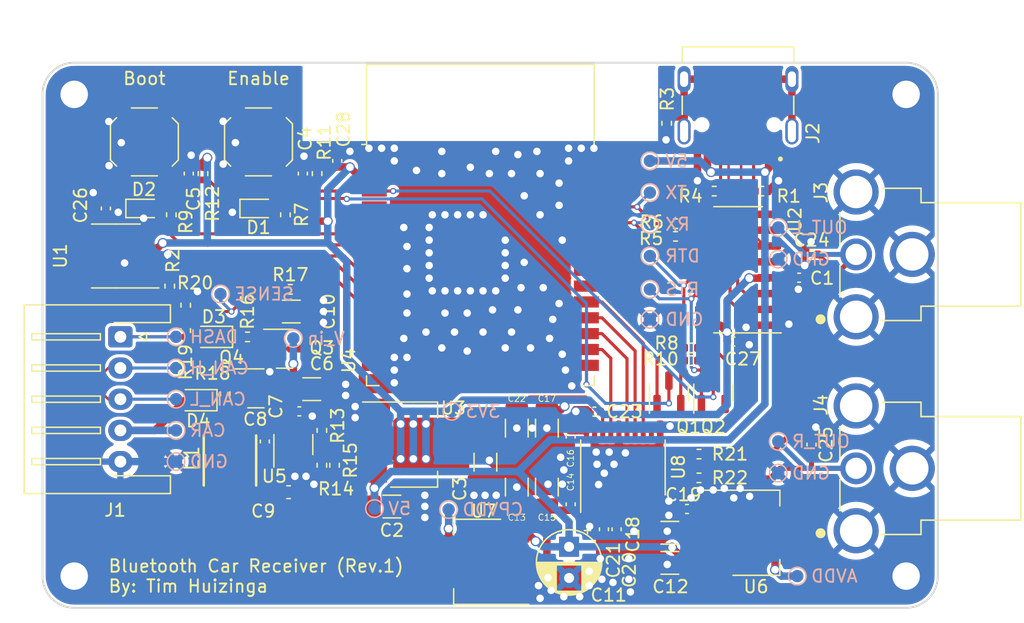
<source format=kicad_pcb>
(kicad_pcb (version 20211014) (generator pcbnew)
  (layers (0 "F.Cu" signal) (31 "B.Cu" signal) (34 "B.Paste" user) (35 "F.Paste" user) (36 "B.SilkS" user "B.Silkscreen") (37 "F.SilkS" user "F.Silkscreen") (38 "B.Mask" user) (39 "F.Mask" user) (44 "Edge.Cuts" user))
  (net 0 "")
  (net 1 "+5V")
  (net 2 "GND")
  (net 3 "+3V3")
  (net 4 "/Audio/CPVDD")
  (net 5 "/Audio/AVDD")
  (net 14 "Net-(J2-PadS1)")
  (net 15 "Net-(R2-Pad2)")
  (net 16 "/CTX")
  (net 17 "/CRX")
  (net 22 "/DATA")
  (net 23 "/WS")
  (net 24 "/BCK")
  (net 35 "Net-(C8-Pad1)")
  (net 36 "Net-(J2-PadA5)")
  (net 37 "/D+")
  (net 38 "/D-")
  (net 39 "Net-(J2-PadB5)")
  (net 40 "/RX")
  (net 41 "Net-(R5-Pad2)")
  (net 42 "/TX")
  (net 43 "Net-(R6-Pad2)")
  (net 44 "/RTS")
  (net 45 "/DTR")
  (net 46 "/EN")
  (net 47 "/BOOT")
  (net 48 "/V_in")
  (net 49 "Net-(C8-Pad2)")
  (net 50 "Net-(C10-Pad1)")
  (net 51 "Net-(C20-Pad2)")
  (net 52 "Net-(C21-Pad2)")
  (net 53 "Net-(C22-Pad1)")
  (net 54 "Net-(D1-Pad2)")
  (net 55 "Net-(D2-Pad2)")
  (net 56 "/DASH")
  (net 57 "Net-(D3-Pad1)")
  (net 58 "Net-(D4-Pad1)")
  (net 59 "/CAR")
  (net 60 "Net-(Q1-Pad2)")
  (net 61 "Net-(Q2-Pad2)")
  (net 62 "Net-(Q3-Pad3)")
  (net 63 "/MODE")
  (net 64 "/BLUE")
  (net 65 "Net-(R13-Pad2)")
  (net 66 "Net-(R14-Pad1)")
  (net 67 "/OUT_R")
  (net 68 "/OUT_L")
  (net 73 "/MUTE")
  (net 77 "/Sense")
  (net 81 "Net-(R21-Pad2)")
  (net 82 "Net-(R22-Pad1)")
  (net 83 "/CAN+")
  (net 84 "/CAN-")
  (footprint "Diode_SMD:D_SOD-323" (layer "F.Cu") (at 64.239 127.64 180)
    (fp_text reference "D3")
    (fp_text value "1N5819WS")
  )
  (footprint "Resistor_SMD:R_0402_1005Metric" (layer "F.Cu") (at 108.152 115.9593 180)
    (fp_text reference "R1")
    (fp_text value "5.1k")
  )
  (footprint "Capacitor_SMD:C_1206_3216Metric" (layer "F.Cu") (at 72.087 131.8315)
    (fp_text reference "C6")
    (fp_text value "22u")
  )
  (footprint "Capacitor_SMD:C_0402_1005Metric" (layer "F.Cu") (at 62.23 114.554 90)
    (fp_text reference "C5")
    (fp_text value "100n")
  )
  (footprint "Resistor_SMD:R_0402_1005Metric" (layer "F.Cu") (at 72.898 137.9275 -90)
    (fp_text reference "R14")
    (fp_text value "24k")
  )
  (footprint "LED_SMD:LED_0603_1608Metric" (layer "F.Cu") (at 67.818 117.348)
    (fp_text reference "D1")
    (fp_text value "Green")
  )
  (footprint "Button_Switch_SMD:SW_SPST_SKQG_WithStem" (layer "F.Cu") (at 67.818 112.014 90)
    (fp_text reference "SW1" hide)
    (fp_text value "Enable")
  )
  (footprint "Capacitor_SMD:C_0603_1608Metric" (layer "F.Cu") (at 70.231 140.0865)
    (fp_text reference "C9")
    (fp_text value "22uF")
  )
  (footprint "Resistor_SMD:R_0402_1005Metric" (layer "F.Cu") (at 63.373 114.554 90)
    (fp_text reference "R12")
    (fp_text value "10k")
  )
  (footprint "Capacitor_SMD:C_0402_1005Metric" (layer "F.Cu") (at 92.837 135.637 -90)
    (fp_text reference "C16")
    (fp_text value "100n")
  )
  (footprint "MountingHole:MountingHole_2.2mm_M2_ISO14580_Pad" (layer "F.Cu") (at 53.048 108.204)
    (fp_text reference "H1" hide)
    (fp_text value "M2")
  )
  (footprint "Package_TO_SOT_SMD:SOT-223-3_TabPin2" (layer "F.Cu") (at 85.369 145.669 180)
    (fp_text reference "U7")
    (fp_text value "AMS1117-3.3")
  )
  (footprint "Resistor_SMD:R_0402_1005Metric" (layer "F.Cu") (at 69.977 117.856 90)
    (fp_text reference "R7")
    (fp_text value "1k")
  )
  (footprint "Capacitor_SMD:C_1206_3216Metric" (layer "F.Cu") (at 88.519 134.952 -90)
    (fp_text reference "C22")
    (fp_text value "10u")
  )
  (footprint "Resistor_SMD:R_0402_1005Metric" (layer "F.Cu") (at 101.2432 118.5672)
    (fp_text reference "R6")
    (fp_text value "1k")
  )
  (footprint "MountingHole:MountingHole_2.2mm_M2_ISO14580_Pad" (layer "F.Cu") (at 119.723 108.204)
    (fp_text reference "H2" hide)
    (fp_text value "M2")
  )
  (footprint "Capacitor_SMD:C_0402_1005Metric" (layer "F.Cu") (at 68.326 136.0225 90)
    (fp_text reference "C8")
    (fp_text value "100n")
  )
  (footprint "Capacitor_SMD:C_0402_1005Metric" (layer "F.Cu") (at 92.837 141.056 -90)
    (fp_text reference "C14")
    (fp_text value "100n")
  )
  (footprint "Capacitor_SMD:C_0402_1005Metric" (layer "F.Cu") (at 94.742 133.633)
    (fp_text reference "C23")
    (fp_text value "100n")
  )
  (footprint "MountingHole:MountingHole_2.2mm_M2_ISO14580_Pad" (layer "F.Cu") (at 119.723 146.812)
    (fp_text reference "H3" hide)
    (fp_text value "M2")
  )
  (footprint "Resistor_SMD:R_0402_1005Metric" (layer "F.Cu") (at 61.987 125.1 90)
    (fp_text reference "R20")
    (fp_text value "20k")
  )
  (footprint "Package_TO_SOT_SMD:SOT-223-3_TabPin2" (layer "F.Cu") (at 107.6946 143.3394)
    (fp_text reference "U6")
    (fp_text value "AMS1117-3.3")
  )
  (footprint "Capacitor_SMD:C_1206_3216Metric" (layer "F.Cu") (at 70.447 125.608)
    (fp_text reference "C10")
    (fp_text value "22u")
  )
  (footprint "Package_SO:TSSOP-20_4.4x6.5mm_P0.65mm" (layer "F.Cu") (at 97.028 138.107 90)
    (fp_text reference "U8")
    (fp_text value "PCM5102A")
  )
  (footprint "Capacitor_SMD:C_0402_1005Metric" (layer "F.Cu") (at 95.504 143.06 90)
    (fp_text reference "C21")
    (fp_text value "2.2u")
  )
  (footprint "Capacitor_SMD:C_1206_3216Metric" (layer "F.Cu") (at 78.511 141.238)
    (fp_text reference "C2")
    (fp_text value "10u")
  )
  (footprint "Package_TO_SOT_SMD:SOT-23" (layer "F.Cu") (at 104.267 132.08 90)
    (fp_text reference "Q2")
    (fp_text value "S8050")
  )
  (footprint "RF_Module:ESP32-WROOM-32" (layer "F.Cu") (at 85.598 121.666)
    (fp_text reference "U4")
    (fp_text value "ESP32-WROOM-32E")
  )
  (footprint "Package_TO_SOT_SMD:SOT-23" (layer "F.Cu") (at 100.711 132.08 90)
    (fp_text reference "Q1")
    (fp_text value "S8050")
  )
  (footprint "Capacitor_SMD:C_1206_3216Metric" (layer "F.Cu") (at 88.519 139.68 90)
    (fp_text reference "C13")
    (fp_text value "10u")
  )
  (footprint "Resistor_SMD:R_0402_1005Metric" (layer "F.Cu") (at 72.517 114.554 90)
    (fp_text reference "R11")
    (fp_text value "10k")
  )
  (footprint "RCJ-013:CUI_RCJ-013" (layer "F.Cu") (at 121.666 121.031 180)
    (fp_text reference "J3")
    (fp_text value "Left")
  )
  (footprint "Resistor_SMD:R_0402_1005Metric" (layer "F.Cu") (at 66.938 127.64 180)
    (fp_text reference "R16")
    (fp_text value "1k")
  )
  (footprint "Capacitor_SMD:C_1206_3216Metric" (layer "F.Cu") (at 90.932 139.68 90)
    (fp_text reference "C15")
    (fp_text value "10u")
  )
  (footprint "Resistor_SMD:R_0402_1005Metric" (layer "F.Cu") (at 102.489 129.54)
    (fp_text reference "R10")
    (fp_text value "10k")
  )
  (footprint "Package_TO_SOT_SMD:SOT-23-6" (layer "F.Cu") (at 70.612 136.271 90)
    (fp_text reference "U5")
    (fp_text value "TP6841S6-A")
  )
  (footprint "Resistor_SMD:R_0402_1005Metric" (layer "F.Cu") (at 72.898 135.1335 -90)
    (fp_text reference "R13")
    (fp_text value "100k")
  )
  (footprint "Capacitor_SMD:C_0402_1005Metric" (layer "F.Cu") (at 55.588 117.348 90)
    (fp_text reference "C26")
    (fp_text value "100n")
  )
  (footprint "Resistor_SMD:R_0402_1005Metric" (layer "F.Cu") (at 61.987 127.132 90)
    (fp_text reference "R19")
    (fp_text value "68k")
  )
  (footprint "Resistor_SMD:R_0402_1005Metric" (layer "F.Cu") (at 60.706 123.571 -90)
    (fp_text reference "R2")
    (fp_text value "10k")
  )
  (footprint "Capacitor_SMD:C_1206_3216Metric" (layer "F.Cu") (at 100.7836 143.3394 180)
    (fp_text reference "C18")
    (fp_text value "10u")
  )
  (footprint "Package_TO_SOT_SMD:SOT-23" (layer "F.Cu") (at 69.9095 128.59)
    (fp_text reference "Q3")
    (fp_text value "AO3400A")
  )
  (footprint "LED_SMD:LED_0603_1608Metric" (layer "F.Cu") (at 58.674 117.348)
    (fp_text reference "D2")
    (fp_text value "Blue")
  )
  (footprint "Package_TO_SOT_SMD:SOT-23" (layer "F.Cu") (at 67.6125 131.765)
    (fp_text reference "Q4")
    (fp_text value "AO3401A")
  )
  (footprint "RCJ-013:CUI_RCJ-013" (layer "F.Cu") (at 121.666 138.176 180)
    (fp_text reference "J4")
    (fp_text value "Right")
  )
  (footprint "Diode_SMD:D_SOD-323" (layer "F.Cu") (at 62.992 132.715 180)
    (fp_text reference "D4")
    (fp_text value "1N5819WS")
  )
  (footprint "Capacitor_SMD:C_1206_3216Metric" (layer "F.Cu") (at 86.004 137.682 -90)
    (fp_text reference "C3")
    (fp_text value "10u")
  )
  (footprint "Resistor_SMD:R_0402_1005Metric" (layer "F.Cu") (at 70.369 123.83)
    (fp_text reference "R17")
    (fp_text value "100k")
  )
  (footprint "custom:IND-SMD_L4.0-W4.0_FNR40XXS" (layer "F.Cu") (at 65.532 137.5465 -90)
    (fp_text reference "L1")
    (fp_text value "75u" hide)
  )
  (footprint "Capacitor_SMD:C_0402_1005Metric" (layer "F.Cu") (at 102.1596 141.4344 180)
    (fp_text reference "C19")
    (fp_text value "100n")
  )
  (footprint "Resistor_SMD:R_0402_1005Metric" (layer "F.Cu") (at 103.124 138.938)
    (fp_text reference "R22")
    (fp_text value "470")
  )
  (footprint "Capacitor_SMD:C_0402_1005Metric" (layer "F.Cu") (at 74.13 113.538 90)
    (fp_text reference "C28")
    (fp_text value "100n")
  )
  (footprint "Capacitor_THT:CP_Radial_D5.0mm_P2.50mm" (layer "F.Cu") (at 92.71 144.463888 -90)
    (fp_text reference "C11")
    (fp_text value "470u")
  )
  (footprint "Connector_JST:JST_XH_S5B-XH-A-1_1x05_P2.50mm_Horizontal" (layer "F.Cu") (at 56.7504 127.635 -90)
    (fp_text reference "J1")
    (fp_text value "Conn_01x05_Male")
  )
  (footprint "Resistor_SMD:R_0402_1005Metric" (layer "F.Cu") (at 100.532 110.5223 -90)
    (fp_text reference "R3")
    (fp_text value "1M")
  )
  (footprint "Package_TO_SOT_SMD:SOT-223-3_TabPin2" (layer "F.Cu") (at 80.264 136.271)
    (fp_text reference "U3")
    (fp_text value "AMS1117-3.3")
  )
  (footprint "Capacitor_SMD:C_1206_3216Metric" (layer "F.Cu") (at 90.932 134.952 -90)
    (fp_text reference "C17")
    (fp_text value "10u")
  )
  (footprint "Resistor_SMD:R_0402_1005Metric" (layer "F.Cu") (at 102.489 128.524)
    (fp_text reference "R8")
    (fp_text value "10k")
  )
  (footprint "Capacitor_SMD:C_0402_1005Metric" (layer "F.Cu") (at 112.141 121.031)
    (fp_text reference "C24")
    (fp_text value "2.2n")
  )
  (footprint "Capacitor_SMD:C_0402_1005Metric" (layer "F.Cu") (at 111.148 122.897781 180)
    (fp_text reference "C1")
    (fp_text value "100n")
  )
  (footprint "Resistor_SMD:R_0402_1005Metric" (layer "F.Cu") (at 65.151 132.205 90)
    (fp_text reference "R18")
    (fp_text value "100k")
  )
  (footprint "Button_Switch_SMD:SW_SPST_SKQG_WithStem" (layer "F.Cu") (at 58.674 112.014 90)
    (fp_text reference "SW2" hide)
    (fp_text value "Boot")
  )
  (footprint "Resistor_SMD:R_0402_1005Metric" (layer "F.Cu") (at 101.2432 119.5832)
    (fp_text reference "R5")
    (fp_text value "1k")
  )
  (footprint "Resistor_SMD:R_0402_1005Metric" (layer "F.Cu") (at 73.914 137.9275 -90)
    (fp_text reference "R15")
    (fp_text value "120k")
  )
  (footprint "Capacitor_SMD:C_0402_1005Metric" (layer "F.Cu") (at 112.141 136.271 -90)
    (fp_text reference "C25")
    (fp_text value "2.2n")
  )
  (footprint "Capacitor_SMD:C_0402_1005Metric" (layer "F.Cu") (at 71.092 133.6095 180)
    (fp_text reference "C7")
    (fp_text value "100n")
  )
  (footprint "Resistor_SMD:R_0402_1005Metric" (layer "F.Cu") (at 104.342 115.9593 180)
    (fp_text reference "R4")
    (fp_text value "5.1k")
  )
  (footprint "Package_SO:SOIC-16_3.9x9.9mm_P1.27mm" (layer "F.Cu") (at 106.257 122.262781 180)
    (fp_text reference "U2")
    (fp_text value "CH340C")
  )
  (footprint "Capacitor_SMD:C_1206_3216Metric" (layer "F.Cu") (at 100.7836 145.7524 180)
    (fp_text reference "C12")
    (fp_text value "10u")
  )
  (footprint "31-M-12:HRO_TYPE-C-31-M-12" (layer "F.Cu") (at 106.247 106.9848 180)
    (fp_text reference "J2")
    (fp_text value "USB-C")
  )
  (footprint "Resistor_SMD:R_0402_1005Metric" (layer "F.Cu") (at 60.833 117.856 90)
    (fp_text reference "R9")
    (fp_text value "1k")
  )
  (footprint "Package_SO:SOIC-8_3.9x4.9mm_P1.27mm" (layer "F.Cu") (at 56.388 121.158 180)
    (fp_text reference "U1")
    (fp_text value "SN65HVD230")
  )
  (footprint "Resistor_SMD:R_0402_1005Metric" (layer "F.Cu") (at 103.124 137.033 180)
    (fp_text reference "R21")
    (fp_text value "470")
  )
  (footprint "Capacitor_SMD:C_0402_1005Metric" (layer "F.Cu") (at 105.88 128.016)
    (fp_text reference "C27")
    (fp_text value "100n")
  )
  (footprint "Capacitor_SMD:C_0402_1005Metric" (layer "F.Cu") (at 96.52 143.06 90)
    (fp_text reference "C20")
    (fp_text value "2.2u")
  )
  (footprint "MountingHole:MountingHole_2.2mm_M2_ISO14580_Pad" (layer "F.Cu") (at 53.048 146.812)
    (fp_text reference "H4" hide)
    (fp_text value "M2")
  )
  (footprint "Capacitor_SMD:C_0402_1005Metric" (layer "F.Cu") (at 71.374 114.554 90)
    (fp_text reference "C4")
    (fp_text value "100n")
  )
  (footprint "TestPoint:TestPoint_Pad_D1.0mm" (layer "B.Cu") (at 99.187 126.238 180)
    (fp_text reference "TP19" hide)
    (fp_text value "GND")
  )
  (footprint "TestPoint:TestPoint_Pad_D1.0mm" (layer "B.Cu") (at 99.187 113.538 -90)
    (fp_text reference "TP18" hide)
    (fp_text value "5V")
  )
  (footprint "TestPoint:TestPoint_Pad_D1.0mm" (layer "B.Cu") (at 99.187 118.618 -90)
    (fp_text reference "TP14" hide)
    (fp_text value "RX")
  )
  (footprint "TestPoint:TestPoint_Pad_D1.0mm" (layer "B.Cu") (at 99.187 116.078 -90)
    (fp_text reference "TP15" hide)
    (fp_text value "TX")
  )
  (footprint "TestPoint:TestPoint_Pad_D1.0mm" (layer "B.Cu") (at 99.187 121.158 -90)
    (fp_text reference "TP16" hide)
    (fp_text value "DTR")
  )
  (footprint "TestPoint:TestPoint_Pad_D1.0mm" (layer "B.Cu") (at 109.474 121.412 -90)
    (fp_text reference "TP8" hide)
    (fp_text value "GND")
  )
  (footprint "TestPoint:TestPoint_Pad_D1.0mm" (layer "B.Cu") (at 83.312 133.604 -90)
    (fp_text reference "TP2" hide)
    (fp_text value "3V3")
  )
  (footprint "TestPoint:TestPoint_Pad_D1.0mm" (layer "B.Cu") (at 109.474 118.872 -90)
    (fp_text reference "TP9" hide)
    (fp_text value "OUT_L")
  )
  (footprint "TestPoint:TestPoint_Pad_D1.0mm" (layer "B.Cu") (at 61.214 135.135 -90)
    (fp_text reference "TP5" hide)
    (fp_text value "CAR")
  )
  (footprint "TestPoint:TestPoint_Pad_D1.0mm" (layer "B.Cu") (at 61.214 130.135 -90)
    (fp_text reference "TP12" hide)
    (fp_text value "CAN_H")
  )
  (footprint "TestPoint:TestPoint_Pad_D1.0mm" (layer "B.Cu") (at 61.214 132.635 -90)
    (fp_text reference "TP13" hide)
    (fp_text value "CAN_L")
  )
  (footprint "TestPoint:TestPoint_Pad_D1.0mm" (layer "B.Cu") (at 99.187 123.825 -90)
    (fp_text reference "TP17" hide)
    (fp_text value "RTS")
  )
  (footprint "TestPoint:TestPoint_Pad_D1.0mm" (layer "B.Cu") (at 61.214 137.635 -90)
    (fp_text reference "TP1" hide)
    (fp_text value "GND")
  )
  (footprint "TestPoint:TestPoint_Pad_D1.0mm" (layer "B.Cu") (at 110.998 146.812 -90)
    (fp_text reference "TP20" hide)
    (fp_text value "AVDD")
  )
  (footprint "TestPoint:TestPoint_Pad_D1.0mm" (layer "B.Cu") (at 83.058 141.478 -90)
    (fp_text reference "TP21" hide)
    (fp_text value "CPVDD")
  )
  (footprint "TestPoint:TestPoint_Pad_D1.0mm" (layer "B.Cu") (at 70.612 127.762 -90)
    (fp_text reference "TP4" hide)
    (fp_text value "V_in")
  )
  (footprint "TestPoint:TestPoint_Pad_D1.0mm" (layer "B.Cu") (at 109.474 136.017 -90)
    (fp_text reference "TP10" hide)
    (fp_text value "OUT_R")
  )
  (footprint "TestPoint:TestPoint_Pad_D1.0mm" (layer "B.Cu") (at 61.214 127.635 -90)
    (fp_text reference "TP6" hide)
    (fp_text value "DASH")
  )
  (footprint "TestPoint:TestPoint_Pad_D1.0mm" (layer "B.Cu") (at 77.113545 141.39987 -90)
    (fp_text reference "TP3" hide)
    (fp_text value "5V")
  )
  (footprint "TestPoint:TestPoint_Pad_D1.0mm" (layer "B.Cu") (at 64.77 124.206 -90)
    (fp_text reference "TP7" hide)
    (fp_text value "SENSE")
  )
  (footprint "TestPoint:TestPoint_Pad_D1.0mm" (layer "B.Cu") (at 109.474 138.557 -90)
    (fp_text reference "TP11" hide)
    (fp_text value "GND")
  )
  (gr_arc (start 119.723 105.664) (mid 121.519051 106.407949) (end 122.263 108.204) (layer "Edge.Cuts") (width 0.15))
  (gr_line (start 119.723 105.664) (end 53.048 105.664) (layer "Edge.Cuts") (width 0.15))
  (gr_arc (start 53.048 149.352) (mid 51.251949 148.608051) (end 50.508 146.812) (layer "Edge.Cuts") (width 0.15))
  (gr_line (start 122.263 146.812) (end 122.263 108.204) (layer "Edge.Cuts") (width 0.15))
  (gr_line (start 53.048 149.352) (end 119.723 149.352) (layer "Edge.Cuts") (width 0.15))
  (gr_arc (start 122.263 146.812) (mid 121.519051 148.608051) (end 119.723 149.352) (layer "Edge.Cuts") (width 0.15))
  (gr_arc (start 50.508 108.204) (mid 51.251949 106.407949) (end 53.048 105.664) (layer "Edge.Cuts") (width 0.15))
  (gr_line (start 50.508 108.204) (end 50.508 146.812) (layer "Edge.Cuts") (width 0.15))
  (gr_text "Bluetooth Car Receiver (Rev.1)\nBy: Tim Huizinga" (at 55.715 146.812) (layer "F.SilkS") (effects (font (size 1 1)) (justify left)))
  (segment (start 103.797 112.0798) (end 103.797 114.1443) (width 0.6) (layer "F.Cu") (net 1))
  (segment (start 104.4316 145.7524) (end 104.5446 145.6394) (width 0.6) (layer "F.Cu") (net 1))
  (segment (start 108.697 112.0798) (end 108.697 114.1443) (width 0.6) (layer "F.Cu") (net 1))
  (segment (start 69.977 141.351) (end 73.914 141.351) (width 0.6) (layer "F.Cu") (net 1))
  (segment (start 76.923 141.351) (end 77.036 141.238) (width 0.6) (layer "F.Cu") (net 1))
  (segment (start 77.114 138.571) (end 77.114 141.16) (width 0.6) (layer "F.Cu") (net 1))
  (segment (start 103.797 114.1443) (end 104.088 114.4353) (width 0.6) (layer "F.Cu") (net 1))
  (segment (start 108.697 114.1443) (end 108.406 114.4353) (width 0.6) (layer "F.Cu") (net 1))
  (segment (start 102.2586 145.7524) (end 102.1914 145.7524) (width 0.6) (layer "F.Cu") (net 1))
  (segment (start 69.456 140.0865) (end 69.456 140.83) (width 0.6) (layer "F.Cu") (net 1))
  (segment (start 69.456 140.83) (end 69.977 141.351) (width 0.6) (layer "F.Cu") (net 1))
  (segment (start 77.114 141.16) (end 77.036 141.238) (width 0.6) (layer "F.Cu") (net 1))
  (segment (start 102.1914 145.7524) (end 100.965 144.526) (width 0.6) (layer "F.Cu") (net 1))
  (segment (start 102.2586 145.7524) (end 104.4316 145.7524) (width 0.6) (layer "F.Cu") (net 1))
  (segment (start 73.914 141.351) (end 76.923 141.351) (width 0.6) (layer "F.Cu") (net 1))
  (segment (start 73.914 138.4375) (end 73.914 141.351) (width 0.25) (layer "F.Cu") (net 1))
  (segment (start 88.519 143.369) (end 88.519 141.155) (width 0.6) (layer "F.Cu") (net 1))
  (segment (start 88.519 143.369) (end 89.3835 143.369) (width 0.6) (layer "F.Cu") (net 1))
  (segment (start 89.3835 143.369) (end 90.0325 144.018) (width 0.6) (layer "F.Cu") (net 1))
  (via (at 104.088 114.4353) (size 0.8) (drill 0.6) (layers "F.Cu" "B.Cu") (net 1))
  (via (at 108.406 114.4353) (size 0.8) (drill 0.6) (layers "F.Cu" "B.Cu") (net 1))
  (via (at 90.0325 144.018) (size 0.8) (drill 0.6) (layers "F.Cu" "B.Cu") (net 1))
  (via (at 77.114 139.764) (size 0.8) (drill 0.6) (layers "F.Cu" "B.Cu") (net 1))
  (via (at 100.965 144.526) (size 0.8) (drill 0.6) (layers "F.Cu" "B.Cu") (net 1))
  (segment (start 77.113545 141.39987) (end 77.113545 139.74887) (width 0.6) (layer "B.Cu") (net 1))
  (segment (start 100.902888 144.463888) (end 92.71 144.463888) (width 0.6) (layer "B.Cu") (net 1))
  (segment (start 108.406 114.4353) (end 104.088 114.4353) (width 0.6) (layer "B.Cu") (net 1))
  (segment (start 90.615888 144.463888) (end 92.71 144.463888) (width 0.6) (layer "B.Cu") (net 1))
  (segment (start 90.17 144.018) (end 90.615888 144.463888) (width 0.6) (layer "B.Cu") (net 1))
  (segment (start 91.186 135.89) (end 105.537 135.89) (width 0.6) (layer "B.Cu") (net 1))
  (segment (start 88.646 138.43) (end 79.21 138.43) (width 0.6) (layer "B.Cu") (net 1))
  (segment (start 92.71 144.463888) (end 92.71 142.494) (width 0.6) (layer "B.Cu") (net 1))
  (segment (start 77.114 139.764) (end 78.448 138.43) (width 0.6) (layer "B.Cu") (net 1))
  (segment (start 88.646 138.43) (end 91.186 135.89) (width 0.6) (layer "B.Cu") (net 1))
  (segment (start 108.406 133.021) (end 108.406 114.4353) (width 0.6) (layer "B.Cu") (net 1))
  (segment (start 92.71 142.494) (end 88.646 138.43) (width 0.6) (layer "B.Cu") (net 1))
  (segment (start 78.448 138.43) (end 79.21 138.43) (width 0.6) (layer "B.Cu") (net 1))
  (segment (start 103.1907 113.538) (end 99.187 113.538) (width 0.6) (layer "B.Cu") (net 1))
  (segment (start 104.088 114.4353) (end 103.1907 113.538) (width 0.6) (layer "B.Cu") (net 1))
  (segment (start 100.965 144.526) (end 100.902888 144.463888) (width 0.6) (layer "B.Cu") (net 1))
  (segment (start 90.0325 144.018) (end 90.17 144.018) (width 0.6) (layer "B.Cu") (net 1))
  (segment (start 105.537 135.89) (end 108.406 133.021) (width 0.6) (layer "B.Cu") (net 1))
  (segment (start 109.497 115.1243) (end 108.662 115.9593) (width 0.6) (layer "F.Cu") (net 2))
  (segment (start 100.403 134.7945) (end 100.00252 135.19498) (width 0.6) (layer "F.Cu") (net 2))
  (segment (start 56.807 110.092) (end 56.113 110.092) (width 0.6) (layer "F.Cu") (net 2))
  (segment (start 57.1628 121.793) (end 57.0866 121.7168) (width 0.6) (layer "F.Cu") (net 2))
  (segment (start 56.824 114.266) (end 56.189 114.266) (width 0.6) (layer "F.Cu") (net 2))
  (segment (start 62.23 114.074) (end 62.23 113.2714) (width 0.6) (layer "F.Cu") (net 2))
  (segment (start 112.141 135.791) (end 112.141 135.217) (width 0.6) (layer "F.Cu") (net 2))
  (segment (start 59.779 121.793) (end 60.541 121.031) (width 0.6) (layer "F.Cu") (net 2))
  (segment (start 111.628 123.284) (end 111.087 123.825) (width 0.6) (layer "F.Cu") (net 2))
  (segment (start 102.997 115.1243) (end 103.832 115.9593) (width 0.6) (layer "F.Cu") (net 2))
  (segment (start 58.863 121.793) (end 59.779 121.793) (width 0.6) (layer "F.Cu") (net 2))
  (segment (start 111.595 121.097) (end 111.661 121.031) (width 0.6) (layer "F.Cu") (net 2))
  (segment (start 86.004 139.157) (end 87.567 139.157) (width 0.6) (layer "F.Cu") (net 2))
  (segment (start 112.141 135.217) (end 112.484 134.874) (width 0.6) (layer "F.Cu") (net 2))
  (segment (start 65.968 110.075) (end 65.274 110.075) (width 0.6) (layer "F.Cu") (net 2))
  (segment (start 56.5786 117.6528) (end 56.8834 117.348) (width 0.6) (layer "F.Cu") (net 2))
  (segment (start 87.567 139.157) (end 88.519 138.205) (width 0.6) (layer "F.Cu") (net 2))
  (segment (start 65.333 114.139) (end 64.986 113.792) (width 0.6) (layer "F.Cu") (net 2))
  (segment (start 55.362 116.868) (end 54.572 116.078) (width 0.6) (layer "F.Cu") (net 2))
  (segment (start 71.572 133.6095) (end 71.746402 133.6095) (width 0.6) (layer "F.Cu") (net 2))
  (segment (start 65.968 114.139) (end 65.968 115.114) (width 0.6) (layer "F.Cu") (net 2))
  (segment (start 88.519 138.205) (end 86.9965 138.205) (width 0.6) (layer "F.Cu") (net 2))
  (segment (start 65.968 108.914) (end 65.968 110.075) (width 0.6) (layer "F.Cu") (net 2))
  (segment (start 100.532 111.796781) (end 100.48 111.848781) (width 0.6) (layer "F.Cu") (net 2))
  (segment (start 94.3556 142.302249) (end 94.9906 141.667249) (width 0.6) (layer "F.Cu") (net 2))
  (segment (start 56.824 108.914) (end 56.824 115.114) (width 0.6) (layer "F.Cu") (net 2))
  (segment (start 57.8865 117.348) (end 57.8865 117.400442) (width 0.6) (layer "F.Cu") (net 2))
  (segment (start 58.863 121.793) (end 57.1628 121.793) (width 0.6) (layer "F.Cu") (net 2))
  (segment (start 74.13 113.058) (end 74.864 113.058) (width 0.6) (layer "F.Cu") (net 2))
  (segment (start 109.497 112.0798) (end 109.497 115.1243) (width 0.6) (layer "F.Cu") (net 2))
  (segment (start 55.588 116.868) (end 55.362 116.868) (width 0.6) (layer "F.Cu") (net 2))
  (segment (start 94.3556 142.8314) (end 94.3556 142.302249) (width 0.6) (layer "F.Cu") (net 2))
  (segment (start 111.628 122.897781) (end 111.628 121.953) (width 0.6) (layer "F.Cu") (net 2))
  (segment (start 107.15 127.127) (end 106.896 126.873) (width 0.6) (layer "F.Cu") (net 2))
  (segment (start 66.0274 117.348) (end 65.7226 117.6528) (width 0.6) (layer "F.Cu") (net 2))
  (segment (start 65.968 114.139) (end 65.333 114.139) (width 0.6) (layer "F.Cu") (net 2))
  (segment (start 75.4 112.522) (end 75.146 112.776) (width 0.6) (layer "F.Cu") (net 2))
  (segment (start 65.274 110.075) (end 64.986 110.363) (width 0.6) (layer "F.Cu") (net 2))
  (segment (start 106.896 128.016) (end 107.15 128.27) (width 0.6) (layer "F.Cu") (net 2))
  (segment (start 68.972 130.182) (end 68.72 130.434) (width 0.6) (layer "F.Cu") (net 2))
  (segment (start 110.236219 126.707781) (end 110.325 126.619) (width 0.6) (layer "F.Cu") (net 2))
  (segment (start 71.922 125.608) (end 71.922 124.873) (width 0.6) (layer "F.Cu") (net 2))
  (segment (start 100.403 134.7945) (end 100.798 134.7945) (width 0.6) (layer "F.Cu") (net 2))
  (segment (start 111.628 121.953) (end 111.595 121.92) (width 0.6) (layer "F.Cu") (net 2))
  (segment (start 86.9965 138.205) (end 86.322 137.5305) (width 0.6) (layer "F.Cu") (net 2))
  (segment (start 57.8865 117.400442) (end 58.614216 118.128158) (width 0.6) (layer "F.Cu") (net 2))
  (segment (start 74.864 113.058) (end 75.146 112.776) (width 0.6) (layer "F.Cu") (net 2))
  (segment (start 111.661 120.457) (end 112.103 120.015) (width 0.6) (layer "F.Cu") (net 2))
  (segment (start 71.746402 133.6095) (end 72.131701 133.994799) (width 0.6) (layer "F.Cu") (net 2))
  (segment (start 62.23 113.2714) (end 62.4206 113.0808) (width 0.6) (layer "F.Cu") (net 2))
  (segment (start 56.4034 116.868) (end 56.8834 117.348) (width 0.6) (layer "F.Cu") (net 2))
  (segment (start 56.189 114.266) (end 55.842 113.919) (width 0.6) (layer "F.Cu") (net 2))
  (segment (start 71.374 113.246) (end 71.463 113.157) (width 0.6) (layer "F.Cu") (net 2))
  (segment (start 100.00252 135.19498) (end 100.00252 135.2445) (width 0.6) (layer "F.Cu") (net 2))
  (segment (start 95.0642 143.54) (end 94.3556 142.8314) (width 0.6) (layer "F.Cu") (net 2))
  (segment (start 67.0305 117.348) (end 66.0274 117.348) (width 0.6) (layer "F.Cu") (net 2))
  (segment (start 111.628 122.897781) (end 111.628 123.284) (width 0.6) (layer "F.Cu") (net 2))
  (segment (start 111.595 121.92) (end 111.595 121.097) (width 0.6) (layer "F.Cu") (net 2))
  (segment (start 107.15 128.27) (end 107.15 127.127) (width 0.6) (layer "F.Cu") (net 2))
  (segment (start 107.061219 126.707781) (end 106.896 126.873) (width 0.6) (layer "F.Cu") (net 2))
  (segment (start 108.732 126.707781) (end 110.236219 126.707781) (width 0.6) (layer "F.Cu") (net 2))
  (segment (start 106.36 128.016) (end 106.896 128.016) (width 0.6) (layer "F.Cu") (net 2))
  (segment (start 111.661 121.031) (end 111.661 120.457) (width 0.6) (layer "F.Cu") (net 2))
  (segment (start 106.896 127.48) (end 106.36 128.016) (width 0.6) (layer "F.Cu") (net 2))
  (segment (start 65.968 110.075) (end 65.968 114.139) (width 0.6) (layer "F.Cu") (net 2))
  (segment (start 56.113 110.092) (end 55.825 110.38) (width 0.6) (layer "F.Cu") (net 2))
  (segment (start 106.896 126.873) (end 106.896 127.48) (width 0.6) (layer "F.Cu") (net 2))
  (segment (start 61.987 124.59) (end 62.3414 124.59) (width 0.6) (layer "F.Cu") (net 2))
  (segment (start 108.732 126.707781) (end 107.061219 126.707781) (width 0.6) (layer "F.Cu") (net 2))
  (segment (start 95.504 143.54) (end 95.0642 143.54) (width 0.6) (layer "F.Cu") (net 2))
  (segment (start 76.67 112.522) (end 75.4 112.522) (width 0.6) (layer "F.Cu") (net 2))
  (segment (start 100.532 111.0323) (end 100.532 111.796781) (width 0.6) (layer "F.Cu") (net 2))
  (segment (start 55.588 116.868) (end 56.4034 116.868) (width 0.6) (layer "F.Cu") (net 2))
  (segment (start 71.922 124.873) (end 70.879 123.83) (width 0.6) (layer "F.Cu") (net 2))
  (segment (start 71.374 114.074) (end 71.374 113.246) (width 0.6) (layer "F.Cu") (net 2))
  (segment (start 68.972 129.54) (end 68.972 130.182) (width 0.6) (layer "F.Cu") (net 2))
  (segment (start 102.997 112.0798) (end 102.997 115.1243) (width 0.6) (layer "F.Cu") (net 2))
  (segment (start 62.3414 124.59) (end 62.9286 124.0028) (width 0.6) (layer "F.Cu") (net 2))
  (segment (start 92.837 140.576) (end 92.837 140.119) (width 0.6) (layer "F.Cu") (net 2))
  (segment (start 57.8865 117.348) (end 56.8834 117.348) (width 0.6) (layer "F.Cu") (net 2))
  (via (at 79.464 127.762) (size 0.8) (drill 0.6) (layers "F.Cu" "B.Cu") (net 2))
  (via (at 76.67 112.522) (size 0.8) (drill 0.6) (layers "F.Cu" "B.Cu") (net 2))
  (via (at 81.75 117.856) (size 0.8) (drill 0.6) (layers "F.Cu" "B.Cu") (net 2))
  (via (at 87.592 120.904) (size 0.8) (drill 0.6) (layers "F.Cu" "B.Cu") (net 2))
  (via (at 88.1 114.554) (size 0.8) (drill 0.6) (layers "F.Cu" "B.Cu") (net 2))
  (via (at 88.608 113.03) (size 0.8) (drill 0.6) (layers "F.Cu" "B.Cu") (net 2))
  (via (at 89.116 121.666) (size 0.8) (drill 0.6) (layers "F.Cu" "B.Cu") (net 2))
  (via (at 85.814 127.254) (size 0.8) (drill 0.6) (layers "F.Cu" "B.Cu") (net 2))
  (via (at 95.078 139.4745) (size 0.8) (drill 0.6) (layers "F.Cu" "B.Cu") (net 2))
  (via (at 65.968 112.0734) (size 0.8) (drill 0.6) (layers "F.Cu" "B.Cu") (net 2))
  (via (at 112.103 120.015) (size 0.8) (drill 0.6) (layers "F.Cu" "B.Cu") (net 2))
  (via (at 93.688 112.522) (size 0.8) (drill 0.6) (layers "F.Cu" "B.Cu") (net 2))
  (via (at 92.926 131.572) (size 0.8) (drill 0.6) (layers "F.Cu" "B.Cu") (net 2))
  (via (at 70.739 138.8165) (size 0.8) (drill 0.6) (layers "F.Cu" "B.Cu") (net 2))
  (via (at 82.766 125.73) (size 0.8) (drill 0.6) (layers "F.Cu" "B.Cu") (net 2))
  (via (at 74.803 131.445) (size 0.8) (drill 0.6) (layers "F.Cu" "B.Cu") (net 2))
  (via (at 72.263 139.4515) (size 0.8) (drill 0.6) (layers "F.Cu" "B.Cu") (net 2))
  (via (at 102.4836 140.5454) (size 0.8) (drill 0.6) (layers "F.Cu" "B.Cu") (net 2))
  (via (at 100.5786 143.2124) (size 0.8) (drill 0.6) (layers "F.Cu" "B.Cu") (net 2))
  (via (at 88.519 134.952) (size 0.8) (drill 0.6) (layers "F.Cu" "B.Cu") (net 2))
  (via (at 90.386 117.856) (size 0.8) (drill 0.6) (layers "F.Cu" "B.Cu") (net 2))
  (via (at 92.164 129.032) (size 0.8) (drill 0.6) (layers "F.Cu" "B.Cu") (net 2))
  (via (at 97.498 147.066) (size 0.8) (drill 0.6) (layers "F.Cu" "B.Cu") (net 2))
  (via (at 79.718 120.396) (size 0.8) (drill 0.6) (layers "F.Cu" "B.Cu") (net 2))
  (via (at 94.704 112.522) (size 0.8) (drill 0.6) (layers "F.Cu" "B.Cu") (net 2))
  (via (at 54.572 116.078) (size 0.8) (drill 0.6) (layers "F.Cu" "B.Cu") (net 2))
  (via (at 85.814 123.952) (size 0.8) (drill 0.6) (layers "F.Cu" "B.Cu") (net 2))
  (via (at 92.672 112.522) (size 0.8) (drill 0.6) (layers "F.Cu" "B.Cu") (net 2))
  (via (at 95.212 145.415) (size 0.8) (drill 0.6) (layers "F.Cu" "B.Cu") (net 2))
  (via (at 56.5786 117.6528) (size 0.8) (drill 0.6) (layers "F.Cu" "B.Cu") (net 2))
  (via (at 82.512 114.554) (size 0.8) (drill 0.6) (layers "F.Cu" "B.Cu") (net 2))
  (via (at 92.672 113.538) (size 0.8) (drill 0.6) (layers "F.Cu" "B.Cu") (net 2))
  (via (at 94.3556 142.8314) (size 0.8) (drill 0.6) (layers "F.Cu" "B.Cu") (net 2))
  (via (at 100.7056 140.7994) (size 0.8) (drill 0.6) (layers "F.Cu" "B.Cu") (net 2))
  (via (at 111.087 123.825) (size 0.8) (drill 0.6) (layers "F.Cu" "B.Cu") (net 2))
  (via (at 88.862 123.698) (size 0.8) (drill 0.6) (layers "F.Cu" "B.Cu") (net 2))
  (via (at 73.025 125.603) (size 0.8) (drill 0.6) (layers "F.Cu" "B.Cu") (net 2))
  (via (at 81.496 119.888) (size 0.8) (drill 0.6) (layers "F.Cu" "B.Cu") (net 2))
  (via (at 84.798 114.046) (size 0.8) (drill 0.6) (layers "F.Cu" "B.Cu") (net 2))
  (via (at 111.595 121.92) (size 0.8) (drill 0.6) (layers "F.Cu" "B.Cu") (net 2))
  (via (at 110.325 126.619) (size 0.8) (drill 0.6) (layers "F.Cu" "B.Cu") (net 2))
  (via (at 64.986 113.792) (size 0.8) (drill 0.6) (layers "F.Cu" "B.Cu") (net 2))
  (via (at 80.48 114.3) (size 0.8) (drill 0.6) (layers "F.Cu" "B.Cu") (net 2))
  (via (at 90.386 148.59) (size 0.8) (drill 0.6) (layers "F.Cu" "B.Cu") (net 2))
  (via (at 92.164 139.446) (size 0.8) (drill 0.6) (layers "F.Cu" "B.Cu") (net 2))
  (via (at 81.153 140.335) (size 0.8) (drill 0.6) (layers "F.Cu" "B.Cu") (net 2))
  (via (at 102.997 115.1243) (size 0.8) (drill 0.6) (layers "F.Cu" "B.Cu") (net 2))
  (via (at 97.223 136.9395) (size 0.8) (drill 0.6) (layers "F.Cu" "B.Cu") (net 2))
  (via (at 73.025 126.492) (size 0.8) (drill 0.6) (layers "F.Cu" "B.Cu") (net 2))
  (via (at 90.64 123.698) (size 0.8) (drill 0.6) (layers "F.Cu" "B.Cu") (net 2))
  (via (at 84.798 117.856) (size 0.8) (drill 0.6) (layers "F.Cu" "B.Cu") (net 2))
  (via (at 86.83 112.776) (size 0.8) (drill 0.6) (layers "F.Cu" "B.Cu") (net 2))
  (via (at 91.91 115.316) (size 0.8) (drill 0.6) (layers "F.Cu" "B.Cu") (net 2))
  (via (at 79.464 118.872) (size 0.8) (drill 0.6) (layers "F.Cu" "B.Cu") (net 2))
  (via (at 81.75 123.952) (size 0.8) (drill 0.6) (layers "F.Cu" "B.Cu") (net 2))
  (via (at 71.628 138.8165) (size 0.8) (drill 0.6) (layers "F.Cu" "B.Cu") (net 2))
  (via (at 87.592 121.92) (size 0.8) (drill 0.6) (layers "F.Cu" "B.Cu") (net 2))
  (via (at 85.814 117.856) (size 0.8) (drill 0.6) (layers "F.Cu" "B.Cu") (net 2))
  (via (at 93.252672 133.613577) (size 0.8) (drill 0.6) (layers "F.Cu" "B.Cu") (net 2))
  (via (at 82.512 112.776) (size 0.8) (drill 0.6) (layers "F.Cu" "B.Cu") (net 2))
  (via (at 89.624 128.524) (size 0.8) (drill 0.6) (layers "F.Cu" "B.Cu") (net 2))
  (via (at 81.496 122.936) (size 0.8) (drill 0.6) (layers "F.Cu" "B.Cu") (net 2))
  (via (at 86.868 140.335) (size 0.8) (drill 0.6) (layers "F.Cu" "B.Cu") (net 2))
  (via (at 81.153 141.224) (size 0.8) (drill 0.6) (layers "F.Cu" "B.Cu") (net 2))
  (via (at 73.025 124.714) (size 0.8) (drill 0.6) (layers "F.Cu" "B.Cu") (net 2))
  (via (at 77.686 112.522) (size 0.8) (drill 0.6) (layers "F.Cu" "B.Cu") (net 2))
  (via (at 87.592 128.524) (size 0.8) (drill 0.6) (layers "F.Cu" "B.Cu") (net 2))
  (via (at 92.291 138.303) (size 0.8) (drill 0.6) (layers "F.Cu" "B.Cu") (net 2))
  (via (at 100.7056 141.9424) (size 0.8) (drill 0.6) (layers "F.Cu" "B.Cu") (net 2))
  (via (at 81.242 127.254) (size 0.8) (drill 0.6) (layers "F.Cu" "B.Cu") (net 2))
  (via (at 85.09 140.335) (size 0.8) (drill 0.6) (layers "F.Cu" "B.Cu") (net 2))
  (via (at 112.484 134.874) (size 0.8) (drill 0.6) (layers "F.Cu" "B.Cu") (net 2))
  (via (at 68.72 130.434) (size 0.8) (drill 0.6) (layers "F.Cu" "B.Cu") (net 2))
  (via (at 84.798 123.952) (size 0.8) (drill 0.6) (layers "F.Cu" "B.Cu") (net 2))
  (via (at 55.825 110.38) (size 0.8) (drill 0.6) (layers "F.Cu" "B.Cu") (net 2))
  (via (at 91.91 124.968) (size 0.8) (drill 0.6) (layers "F.Cu" "B.Cu") (net 2))
  (via (at 91.021 139.446) (size 0.8) (drill 0.6) (layers "F.Cu" "B.Cu") (net 2))
  (via (at 64.986 110.363) (size 0.8) (drill 0.6) (layers "F.Cu" "B.Cu") (net 2))
  (via (at 56.824 112.0734) (size 0.8) (drill 0.6) (layers "F.Cu" "B.Cu") (net 2))
  (via (at 100.798 134.7945) (size 0.8) (drill 0.6) (layers "F.Cu" "B.Cu") (net 2))
  (via (at 91.402 126.238) (size 0.8) (drill 0.6) (layers "F.Cu" "B.Cu") (net 2))
  (via (at 62.4206 113.0808) (size 0.8) (drill 0.6) (layers "F.Cu" "B.Cu") (net 2))
  (via (at 97.9116 143.2124) (size 0.8) (drill 0.6) (layers "F.Cu" "B.Cu") (net 2))
  (via (at 93.561 148.463) (size 0.8) (drill 0.6) (layers "F.Cu" "B.Cu") (net 2))
  (via (at 84.544 125.73) (size 0.8) (drill 0.6) (layers "F.Cu" "B.Cu") (net 2))
  (via (at 100.48 111.848781) (size 0.8) (drill 0.6) (layers "F.Cu" "B.Cu") (net 2))
  (via (at 106.896 126.873) (size 0.8) (drill 0.6) (layers "F.Cu" "B.Cu") (net 2))
  (via (at 94.948 137.8495) (size 0.8) (drill 0.6) (layers "F.Cu" "B.Cu") (net 2))
  (via (at 78.702 112.522) (size 0.8) (drill 0.6) (layers "F.Cu" "B.Cu") (net 2))
  (via (at 107.15 128.27) (size 0.8) (drill 0.6) (layers "F.Cu" "B.Cu") (net 2))
  (via (at 87.592 119.888) (size 0.8) (drill 0.6) (layers "F.Cu" "B.Cu") (net 2))
  (via (at 72.131701 133.994799) (size 0.8) (drill 0.6) (layers "F.Cu" "B.Cu") (net 2))
  (via (at 58.614216 118.128158) (size 0.8) (drill 0.6) (layers "F.Cu" "B.Cu") (net 2))
  (via (at 91.148 127.762) (size 0.8) (drill 0.6) (layers "F.Cu" "B.Cu") (net 2))
  (via (at 90.386 114.554) (size 0.8) (drill 0.6) (layers "F.Cu" "B.Cu") (net 2))
  (via (at 89.116 116.332) (size 0.8) (drill 0.6) (layers "F.Cu" "B.Cu") (net 2))
  (via (at 105.9126 140.5454) (size 0.8) (drill 0.6) (layers "F.Cu" "B.Cu") (net 2))
  (via (at 82.512 128.524) (size 0.8) (drill 0.6) (layers "F.Cu" "B.Cu") (net 2))
  (via (at 109.497 115.1243) (size 0.8) (drill 0.6) (layers "F.Cu" "B.Cu") (net 2))
  (via (at 104.2616 139.9104) (size 0.8) (drill 0.6) (layers "F.Cu" "B.Cu") (net 2))
  (via (at 90.132 112.776) (size 0.8) (drill 0.6) (layers "F.Cu" "B.Cu") (net 2))
  (via (at 91.275 147.955) (size 0.8) (drill 0.6) (layers "F.Cu" "B.Cu") (net 2))
  (via (at 86.322 137.5305) (size 0.8) (drill 0.6) (layers "F.Cu" "B.Cu") (net 2))
  (via (at 62.9286 124.0028) (size 0.8) (drill 0.6) (layers "F.Cu" "B.Cu") (net 2))
  (via (at 100.5786 145.8794) (size 0.8) (drill 0.6) (layers "F.Cu" "B.Cu") (net 2))
  (via (at 95.533 138.5645) (size 0.8) (drill 0.6) (layers "F.Cu" "B.Cu") (net 2))
  (via (at 95.923 136.8745) (size 0.8) (drill 0.6) (layers "F.Cu" "B.Cu") (net 2))
  (via (at 85.979 140.335) (size 0.8) (drill 0.6) (layers "F.Cu" "B.Cu") (net 2))
  (via (at 91.91 117.094) (size 0.8) (drill 0.6) (layers "F.Cu" "B.Cu") (net 2))
  (via (at 81.496 121.92) (size 0.8) (drill 0.6) (layers "F.Cu" "B.Cu") (net 2))
  (via (at 78.702 130.302) (size 0.8) (drill 0.6) (layers "F.Cu" "B.Cu") (net 2))
  (via (at 83.782 123.952) (size 0.8) (drill 0.6) (layers "F.Cu" "B.Cu") (net 2))
  (via (at 57.0866 121.7168) (size 0.8) (drill 0.6) (layers "F.Cu" "B.Cu") (net 2))
  (via (at 86.83 123.952) (size 0.8) (drill 0.6) (layers "F.Cu" "B.Cu") (net 2))
  (via (at 90.932 134.952) (size 0.8) (drill 0.6) (layers "F.Cu" "B.Cu") (net 2))
  (via (at 75.565 134.112) (size 0.8) (drill 0.6) (layers "F.Cu" "B.Cu") (net 2))
  (via (at 94.323 146.431) (size 0.8) (drill 0.6) (layers "F.Cu" "B.Cu") (net 2))
  (via (at 82.766 123.952) (size 0.8) (drill 0.6) (layers "F.Cu" "B.Cu") (net 2))
  (via (at 95.339 147.066) (size 0.8) (drill 0.6) (layers "F.Cu" "B.Cu") (net 2))
  (via (at 88.608 125.476) (size 0.8) (drill 0.6) (layers "F.Cu" "B.Cu") (net 2))
  (via (at 79.718 122.174) (size 0.8) (drill 0.6) (layers "F.Cu" "B.Cu") (net 2))
  (via (at 71.463 113.157) (size 0.8) (drill 0.6) (layers "F.Cu" "B.Cu") (net 2))
  (via (at 81.496 118.872) (size 0.8) (drill 0.6) (layers "F.Cu" "B.Cu") (net 2))
  (via (at 92.164 119.888) (size 0.8) (drill 0.6) (layers "F.Cu" "B.Cu") (net 2))
  (via (at 106.4206 139.7834) (size 0.8) (drill 0.6) (layers "F.Cu" "B.Cu") (net 2))
  (via (at 83.528 127.254) (size 0.8) (drill 0.6) (layers "F.Cu" "B.Cu") (net 2))
  (via (at 92.037 137.287) (size 0.8) (drill 0.6) (layers "F.Cu" "B.Cu") (net 2))
  (via (at 78.702 113.538) (size 0.8) (drill 0.6) (layers "F.Cu" "B.Cu") (net 2))
  (via (at 92.418 130.302) (size 0.8) (drill 0.6) (layers "F.Cu" "B.Cu") (net 2))
  (via (at 79.718 124.206) (size 0.8) (drill 0.6) (layers "F.Cu" "B.Cu") (net 2))
  (via (at 79.718 125.73) (size 0.8) (drill 0.6) (layers "F.Cu" "B.Cu") (net 2))
  (via (at 60.541 121.031) (size 0.8) (drill 0.6) (layers "F.Cu" "B.Cu") (net 2))
  (via (at 92.291 148.463) (size 0.8) (drill 0.6) (layers "F.Cu" "B.Cu") (net 2))
  (via (at 86.322 114.554) (size 0.8) (drill 0.6) (layers "F.Cu" "B.Cu") (net 2))
  (via (at 65.7226 117.6528) (size 0.8) (drill 0.6) (layers "F.Cu" "B.Cu") (net 2))
  (via (at 103.2456 139.9104) (size 0.8) (drill 0.6) (layers "F.Cu" "B.Cu") (net 2))
  (via (at 55.842 113.919) (size 0.8) (drill 0.6) (layers "F.Cu" "B.Cu") (net 2))
  (via (at 107.1826 140.4184) (size 0.8) (drill 0.6) (layers "F.Cu" "B.Cu") (net 2))
  (via (at 81.496 120.904) (size 0.8) (drill 0.6) (layers "F.Cu" "B.Cu") (net 2))
  (via (at 90.259 147.574) (size 0.8) (drill 0.6) (layers "F.Cu" "B.Cu") (net 2))
  (via (at 75.565 133.223) (size 0.8) (drill 0.6) (layers "F.Cu" "B.Cu") (net 2))
  (via (at 96.228 147.32) (size 0.8) (drill 0.6) (layers "F.Cu" "B.Cu") (net 2))
  (via (at 89.751 134.952) (size 0.8) (drill 0.6) (layers "F.Cu" "B.Cu") (net 2))
  (via (at 87.592 122.936) (size 0.8) (drill 0.6) (layers "F.Cu" "B.Cu") (net 2))
  (via (at 88.519 139.68) (size 0.8) (drill 0.6) (layers "F.Cu" "B.Cu") (net 2))
  (via (at 91.021 146.939) (size 0.8) (drill 0.6) (layers "F.Cu" "B.Cu") (net 2))
  (via (at 81.153 142.113) (size 0.8) (drill 0.6) (layers "F.Cu" "B.Cu") (net 2))
  (via (at 82.766 117.856) (size 0.8) (drill 0.6) (layers "F.Cu" "B.Cu") (net 2))
  (via (at 84.544 128.778) (size 0.8) (drill 0.6) (layers "F.Cu" "B.Cu") (net 2))
  (via (at 94.323 147.574) (size 0.8) (drill 0.6) (layers "F.Cu" "B.Cu") (net 2))
  (via (at 79.718 129.286) (size 0.8) (drill 0.6) (layers "F.Cu" "B.Cu") (net 2))
  (via (at 97.498 145.415) (size 0.8) (drill 0.6) (layers "F.Cu" "B.Cu") (net 2))
  (via (at 78.702 129.286) (size 0.8) (drill 0.6) (layers "F.Cu" "B.Cu") (net 2))
  (via (at 96.313 137.8495) (size 0.8) (drill 0.6) (layers "F.Cu" "B.Cu") (net 2))
  (via (at 83.782 117.856) (size 0.8) (drill 0.6) (layers "F.Cu" "B.Cu") (net 2))
  (via (at 97.625 148.082) (size 0.8) (drill 0.6) (layers "F.Cu" "B.Cu") (net 2))
  (via (at 94.883 136.8745) (size 0.8) (drill 0.6) (layers "F.Cu" "B.Cu") (net 2))
  (via (at 74.803 132.334) (size 0.8) (drill 0.6) (layers "F.Cu" "B.Cu") (net 2))
  (via (at 86.576 125.476) (size 0.8) (drill 0.6) (layers "F.Cu" "B.Cu") (net 2))
  (via (at 88.1 127.254) (size 0.8) (drill 0.6) (layers "F.Cu" "B.Cu") (net 2))
  (via (at 75.146 112.776) (size 0.8) (drill 0.6) (layers "F.Cu" "B.Cu") (net 2))
  (via (at 78.702 131.318) (size 0.8) (drill 0.6) (layers "F.Cu" "B.Cu") (net 2))
  (via (at 105.1506 139.7834) (size 0.8) (drill 0.6) (layers "F.Cu" "B.Cu") (net 2))
  (segment (start 56.7504 137.635) (end 61.214 137.635) (width 0.6) (layer "B.Cu") (net 2))
  (segment (start 108.732 122.897781) (end 110.668 122.897781) (width 0.6) (layer "F.Cu") (net 3))
  (segment (start 75.785 114.681) (end 77.098 114.681) (width 0.6) (layer "F.Cu") (net 3))
  (segment (start 90.932 133.477) (end 92.057982 133.477) (width 0.6) (layer "F.Cu") (net 3))
  (segment (start 56.731 120.523) (end 55.588 119.38) (width 0.6) (layer "F.Cu") (net 3))
  (segment (start 63.373 113.627) (end 63.716 113.284) (width 0.6) (layer "F.Cu") (net 3))
  (segment (start 105.372 127.988) (end 105.4 128.016) (width 0.6) (layer "F.Cu") (net 3))
  (segment (start 104.825781 126.707781) (end 105.372 127.254) (width 0.6) (layer "F.Cu") (net 3))
  (segment (start 58.863 120.523) (end 59.73629 120.523) (width 0.6) (layer "F.Cu") (net 3))
  (segment (start 72.543 114.018) (end 72.517 114.044) (width 0.6) (layer "F.Cu") (net 3))
  (segment (start 63.373 114.044) (end 63.373 113.627) (width 0.6) (layer "F.Cu") (net 3))
  (segment (start 75.148 114.044) (end 75.785 114.681) (width 0.6) (layer "F.Cu") (net 3))
  (segment (start 74.13 114.018) (end 72.543 114.018) (width 0.6) (layer "F.Cu") (net 3))
  (segment (start 58.863 120.523) (end 56.731 120.523) (width 0.6) (layer "F.Cu") (net 3))
  (segment (start 91.157 133.477) (end 92.837 135.157) (width 0.6) (layer "F.Cu") (net 3))
  (segment (start 108.693781 122.936) (end 108.732 122.897781) (width 0.6) (layer "F.Cu") (net 3))
  (segment (start 59.73629 120.523) (end 60.146753 120.112537) (width 0.6) (layer "F.Cu") (net 3))
  (segment (start 94.05348 135.19498) (end 94.05348 135.2445) (width 0.6) (layer "F.Cu") (net 3))
  (segment (start 103.782 126.707781) (end 104.825781 126.707781) (width 0.6) (layer "F.Cu") (net 3))
  (segment (start 90.932 133.477) (end 91.157 133.477) (width 0.6) (layer "F.Cu") (net 3))
  (segment (start 55.588 119.38) (end 55.588 117.828) (width 0.6) (layer "F.Cu") (net 3))
  (segment (start 75.122 114.018) (end 75.148 114.044) (width 0.6) (layer "F.Cu") (net 3))
  (segment (start 92.837 135.157) (end 94.0155 135.157) (width 0.6) (layer "F.Cu") (net 3))
  (segment (start 107.15 122.936) (end 108.693781 122.936) (width 0.6) (layer "F.Cu") (net 3))
  (segment (start 105.372 127.254) (end 105.372 127.988) (width 0.6) (layer "F.Cu") (net 3))
  (segment (start 69.977 118.366) (end 73.366 118.366) (width 0.6) (layer "F.Cu") (net 3))
  (segment (start 94.0155 135.157) (end 94.05348 135.19498) (width 0.6) (layer "F.Cu") (net 3))
  (segment (start 73.366 118.366) (end 73.368 118.364) (width 0.6) (layer "F.Cu") (net 3))
  (segment (start 74.13 114.018) (end 75.122 114.018) (width 0.6) (layer "F.Cu") (net 3))
  (segment (start 92.057982 133.477) (end 92.349482 133.1855) (width 0.6) (layer "F.Cu") (net 3))
  (via (at 80.226 137.414) (size 0.8) (drill 0.6) (layers "F.Cu" "B.Cu") (net 3))
  (via (at 60.146753 120.112537) (size 0.8) (drill 0.6) (layers "F.Cu" "B.Cu") (net 3))
  (via (at 63.716 113.284) (size 0.8) (drill 0.6) (layers "F.Cu" "B.Cu") (net 3))
  (via (at 73.368 118.364) (size 0.8) (drill 0.6) (layers "F.Cu" "B.Cu") (net 3))
  (via (at 81.242 137.414) (size 0.8) (drill 0.6) (layers "F.Cu" "B.Cu") (net 3))
  (via (at 92.349482 133.1855) (size 0.8) (drill 0.6) (layers "F.Cu" "B.Cu") (net 3))
  (via (at 79.21 134.62) (size 0.8) (drill 0.6) (layers "F.Cu" "B.Cu") (net 3))
  (via (at 81.242 134.62) (size 0.8) (drill 0.6) (layers "F.Cu" "B.Cu") (net 3))
  (via (at 79.21 137.414) (size 0.8) (drill 0.6) (layers "F.Cu" "B.Cu") (net 3))
  (via (at 107.15 122.936) (size 0.8) (drill 0.6) (layers "F.Cu" "B.Cu") (net 3))
  (via (at 80.226 134.62) (size 0.8) (drill 0.6) (layers "F.Cu" "B.Cu") (net 3))
  (via (at 105.372 127.254) (size 0.8) (drill 0.6) (layers "F.Cu" "B.Cu") (net 3))
  (via (at 75.148 114.044) (size 0.8) (drill 0.6) (layers "F.Cu" "B.Cu") (net 3))
  (segment (start 92.349482 132.90865) (end 92.544066 132.714066) (width 0.6) (layer "B.Cu") (net 3))
  (segment (start 73.368 120.083074) (end 74.892 121.607074) (width 0.6) (layer "B.Cu") (net 3))
  (segment (start 105.372 126.492) (end 105.372 127.254) (width 0.6) (layer "B.Cu") (net 3))
  (segment (start 81.242 133.604) (end 81.788 133.604) (width 0.6) (layer "B.Cu") (net 3))
  (segment (start 73.368 120.083074) (end 73.368 118.364) (width 0.6) (layer "B.Cu") (net 3))
  (segment (start 79.21 133.604) (end 80.226 133.604) (width 0.6) (layer "B.Cu") (net 3))
  (segment (start 92.544066 132.714066) (end 84.201934 132.714066) (width 0.6) (layer "B.Cu") (net 3))
  (segment (start 63.716 120.083074) (end 63.745463 120.112537) (width 0.6) (layer "B.Cu") (net 3))
  (segment (start 84.201934 132.714066) (end 83.312 133.604) (width 0.6) (layer "B.Cu") (net 3))
  (segment (start 105.372 126.492) (end 105.372 124.968) (width 0.6) (layer "B.Cu") (net 3))
  (segment (start 81.242 133.604) (end 81.242 134.62) (width 0.6) (layer "B.Cu") (net 3))
  (segment (start 95.466 133.858) (end 94.322066 132.714066) (width 0.6) (layer "B.Cu") (net 3))
  (segment (start 94.322066 132.714066) (end 92.544066 132.714066) (width 0.6) (layer "B.Cu") (net 3))
  (segment (start 81.242 134.62) (end 81.242 137.414) (width 0.6) (layer "B.Cu") (net 3))
  (segment (start 73.368 115.824) (end 73.368 118.364) (width 0.6) (layer "B.Cu") (net 3))
  (segment (start 79.21 133.604) (end 79.21 134.62) (width 0.6) (layer "B.Cu") (net 3))
  (segment (start 92.349482 133.1855) (end 92.349482 132.90865) (width 0.6) (layer "B.Cu") (net 3))
  (segment (start 74.892 121.607074) (end 74.892 129.286) (width 0.6) (layer "B.Cu") (net 3))
  (segment (start 80.226 133.604) (end 80.226 134.62) (width 0.6) (layer "B.Cu") (net 3))
  (segment (start 79.21 134.62) (end 79.21 137.414) (width 0.6) (layer "B.Cu") (net 3))
  (segment (start 80.226 134.62) (end 80.226 137.414) (width 0.6) (layer "B.Cu") (net 3))
  (segment (start 60.146753 120.112537) (end 63.745463 120.112537) (width 0.6) (layer "B.Cu") (net 3))
  (segment (start 63.716 113.284) (end 63.716 120.083074) (width 0.6) (layer "B.Cu") (net 3))
  (segment (start 105.372 124.714) (end 107.15 122.936) (width 0.6) (layer "B.Cu") (net 3))
  (segment (start 75.148 114.044) (end 73.368 115.824) (width 0.6) (layer "B.Cu") (net 3))
  (segment (start 104.61 133.858) (end 95.466 133.858) (width 0.6) (layer "B.Cu") (net 3))
  (segment (start 73.338537 120.112537) (end 73.368 120.083074) (width 0.6) (layer "B.Cu") (net 3))
  (segment (start 74.892 129.286) (end 79.21 133.604) (width 0.6) (layer "B.Cu") (net 3))
  (segment (start 105.372 124.968) (end 105.372 124.714) (width 0.6) (layer "B.Cu") (net 3))
  (segment (start 105.372 133.096) (end 104.61 133.858) (width 0.6) (layer "B.Cu") (net 3))
  (segment (start 80.226 133.604) (end 81.242 133.604) (width 0.6) (layer "B.Cu") (net 3))
  (segment (start 83.312 133.604) (end 81.788 133.604) (width 0.6) (layer "B.Cu") (net 3))
  (segment (start 105.372 127.254) (end 105.372 133.096) (width 0.6) (layer "B.Cu") (net 3))
  (segment (start 63.745463 120.112537) (end 73.338537 120.112537) (width 0.6) (layer "B.Cu") (net 3))
  (segment (start 83.058 144.83) (end 82.219 145.669) (width 0.6) (layer "F.Cu") (net 4))
  (segment (start 90.932 141.155) (end 91.313 141.536) (width 0.6) (layer "F.Cu") (net 4))
  (segment (start 92.837 141.536) (end 93.5365 141.536) (width 0.6) (layer "F.Cu") (net 4))
  (segment (start 90.551 145.669) (end 90.932 145.288) (width 0.6) (layer "F.Cu") (net 4))
  (segment (start 91.313 141.536) (end 92.837 141.536) (width 0.6) (layer "F.Cu") (net 4))
  (segment (start 93.5365 141.536) (end 94.05348 141.01902) (width 0.6) (layer "F.Cu") (net 4))
  (segment (start 90.932 145.288) (end 90.932 141.155) (width 0.6) (layer "F.Cu") (net 4))
  (segment (start 88.519 145.669) (end 90.551 145.669) (width 0.6) (layer "F.Cu") (net 4))
  (segment (start 94.05348 141.01902) (end 94.05348 140.9695) (width 0.6) (layer "F.Cu") (net 4))
  (segment (start 83.058 143.002) (end 83.058 144.83) (width 0.6) (layer "F.Cu") (net 4))
  (via (at 83.058 143.002) (size 0.8) (drill 0.6) (layers "F.Cu" "B.Cu") (net 4))
  (segment (start 83.058 141.478) (end 83.058 143.002) (width 0.6) (layer "B.Cu") (net 4))
  (segment (start 98.9566 139.6564) (end 98.7026 139.9104) (width 0.4) (layer "F.Cu") (net 5))
  (segment (start 102.2586 143.3394) (end 101.6796 142.7604) (width 0.6) (layer "F.Cu") (net 5))
  (segment (start 104.5446 143.3394) (end 102.2586 143.3394) (width 0.6) (layer "F.Cu") (net 5))
  (segment (start 101.6796 140.4744) (end 100.8616 139.6564) (width 0.4) (layer "F.Cu") (net 5))
  (segment (start 101.6796 141.4344) (end 101.6796 140.4744) (width 0.4) (layer "F.Cu") (net 5))
  (segment (start 109.22 146.304) (end 109.22 145.034) (width 0.6) (layer "F.Cu") (net 5))
  (segment (start 101.6796 142.7604) (end 101.6796 141.4344) (width 0.6) (layer "F.Cu") (net 5))
  (segment (start 98.7026 139.9104) (end 98.653 139.96) (width 0.4) (layer "F.Cu") (net 5))
  (segment (start 98.653 139.96) (end 98.653 140.9695) (width 0.4) (layer "F.Cu") (net 5))
  (segment (start 100.8616 139.6564) (end 98.9566 139.6564) (width 0.4) (layer "F.Cu") (net 5))
  (via (at 109.22 146.304) (size 0.8) (drill 0.6) (layers "F.Cu" "B.Cu") (net 5))
  (segment (start 110.998 146.812) (end 109.728 146.812) (width 0.6) (layer "B.Cu") (net 5))
  (segment (start 109.728 146.812) (end 109.22 146.304) (width 0.6) (layer "B.Cu") (net 5))
  (segment (start 100.532 110.0123) (end 101.907 110.0123) (width 0.6) (layer "F.Cu") (net 14))
  (segment (start 101.927 109.9923) (end 101.927 111.1648) (width 0.6) (layer "F.Cu") (net 14))
  (segment (start 101.927 106.9848) (end 101.927 109.9923) (width 0.6) (layer "F.Cu") (net 14))
  (segment (start 101.927 106.9848) (end 110.567 106.9848) (width 0.6) (layer "F.Cu") (net 14))
  (segment (start 101.907 110.0123) (end 101.927 109.9923) (width 0.6) (layer "F.Cu") (net 14))
  (segment (start 110.567 106.9848) (end 110.567 111.1648) (width 0.6) (layer "F.Cu") (net 14))
  (segment (start 54.739 124.081) (end 60.706 124.081) (width 0.25) (layer "F.Cu") (net 15))
  (segment (start 53.913 123.255) (end 54.739 124.081) (width 0.25) (layer "F.Cu") (net 15))
  (segment (start 53.913 123.063) (end 53.913 123.255) (width 0.25) (layer "F.Cu") (net 15))
  (segment (start 59.69 123.063) (end 61.595 121.158) (width 0.25) (layer "F.Cu") (net 16))
  (segment (start 61.595 121.158) (end 74.705 121.158) (width 0.25) (layer "F.Cu") (net 16))
  (segment (start 75.848 122.301) (end 77.098 122.301) (width 0.25) (layer "F.Cu") (net 16))
  (segment (start 58.863 123.063) (end 59.69 123.063) (width 0.25) (layer "F.Cu") (net 16))
  (segment (start 74.705 121.158) (end 75.848 122.301) (width 0.25) (layer "F.Cu") (net 16))
  (segment (start 60.579 119.253) (end 61.595 120.269) (width 0.25) (layer "F.Cu") (net 17))
  (segment (start 61.595 120.269) (end 75.086 120.269) (width 0.25) (layer "F.Cu") (net 17))
  (segment (start 58.863 119.253) (end 60.579 119.253) (width 0.25) (layer "F.Cu") (net 17))
  (segment (start 75.086 120.269) (end 75.848 121.031) (width 0.25) (layer "F.Cu") (net 17))
  (segment (start 75.848 121.031) (end 77.098 121.031) (width 0.25) (layer "F.Cu") (net 17))
  (segment (start 98.003 128.766) (end 95.348 126.111) (width 0.25) (layer "F.Cu") (net 22))
  (segment (start 98.003 135.2445) (end 98.003 128.766) (width 0.25) (layer "F.Cu") (net 22))
  (segment (start 95.348 126.111) (end 94.098 126.111) (width 0.25) (layer "F.Cu") (net 22))
  (segment (start 95.348 127.381) (end 94.098 127.381) (width 0.25) (layer "F.Cu") (net 23))
  (segment (start 97.353 129.386) (end 95.348 127.381) (width 0.25) (layer "F.Cu") (net 23))
  (segment (start 97.353 135.2445) (end 97.353 129.386) (width 0.25) (layer "F.Cu") (net 23))
  (segment (start 98.653 128.146) (end 95.348 124.841) (width 0.25) (layer "F.Cu") (net 24))
  (segment (start 98.653 135.2445) (end 98.653 128.146) (width 0.25) (layer "F.Cu") (net 24))
  (segment (start 95.348 124.841) (end 94.098 124.841) (width 0.25) (layer "F.Cu") (net 24))
  (segment (start 69.662 137.4085) (end 69.232 137.4085) (width 0.6) (layer "F.Cu") (net 35))
  (segment (start 69.232 137.4085) (end 68.326 136.5025) (width 0.6) (layer "F.Cu") (net 35))
  (segment (start 107.497 112.0798) (end 107.497 115.8143) (width 0.25) (layer "F.Cu") (net 36))
  (segment (start 107.497 115.8143) (end 107.642 115.9593) (width 0.25) (layer "F.Cu") (net 36))
  (segment (start 106.263 110.7763) (end 105.739 110.7763) (width 0.2) (layer "F.Cu") (net 37))
  (segment (start 107.654581 121.627781) (end 107.0324 121.0056) (width 0.2) (layer "F.Cu") (net 37))
  (segment (start 105.497 111.0183) (end 105.739 110.7763) (width 0.2) (layer "F.Cu") (net 37))
  (segment (start 105.497 118.3526) (end 105.497 112.0798) (width 0.2) (layer "F.Cu") (net 37))
  (segment (start 107.0324 119.888) (end 105.497 118.3526) (width 0.2) (layer "F.Cu") (net 37))
  (segment (start 106.497 112.0798) (end 106.497 111.0103) (width 0.2) (layer "F.Cu") (net 37))
  (segment (start 106.497 111.0103) (end 106.263 110.7763) (width 0.2) (layer "F.Cu") (net 37))
  (segment (start 105.497 112.0798) (end 105.497 111.0183) (width 0.2) (layer "F.Cu") (net 37))
  (segment (start 108.732 121.627781) (end 107.654581 121.627781) (width 0.2) (layer "F.Cu") (net 37))
  (segment (start 107.0324 121.0056) (end 107.0324 119.888) (width 0.2) (layer "F.Cu") (net 37))
  (segment (start 106.997 112.0798) (end 106.997 113.1533) (width 0.2) (layer "F.Cu") (net 38))
  (segment (start 106.4979 118.464398) (end 108.391283 120.357781) (width 0.2) (layer "F.Cu") (net 38))
  (segment (start 106.4979 115.9941) (end 106.819345 115.9941) (width 0.2) (layer "F.Cu") (net 38))
  (segment (start 106.4979 116.3941) (end 106.126455 116.3941) (width 0.2) (layer "F.Cu") (net 38))
  (segment (start 106.6979 115.1941) (end 106.819345 115.1941) (width 0.2) (layer "F.Cu") (net 38))
  (segment (start 106.126455 116.7941) (end 106.2979 116.7941) (width 0.2) (layer "F.Cu") (net 38))
  (segment (start 106.819345 116.3941) (end 106.4979 116.3941) (width 0.2) (layer "F.Cu") (net 38))
  (segment (start 105.997 112.0798) (end 105.997 113.1693) (width 0.2) (layer "F.Cu") (net 38))
  (segment (start 106.6979 115.5941) (end 106.126455 115.5941) (width 0.2) (layer "F.Cu") (net 38))
  (segment (start 106.4979 113.4193) (end 106.247 113.4193) (width 0.2) (layer "F.Cu") (net 38))
  (segment (start 106.997 113.1533) (end 106.731 113.4193) (width 0.2) (layer "F.Cu") (net 38))
  (segment (start 106.4979 116.9941) (end 106.4979 118.239332) (width 0.2) (layer "F.Cu") (net 38))
  (segment (start 106.4979 118.239332) (end 106.4979 118.464398) (width 0.2) (layer "F.Cu") (net 38))
  (segment (start 106.4979 113.4193) (end 106.4979 114.9941) (width 0.2) (layer "F.Cu") (net 38))
  (segment (start 108.391283 120.357781) (end 108.732 120.357781) (width 0.2) (layer "F.Cu") (net 38))
  (segment (start 106.126455 115.9941) (end 106.4979 115.9941) (width 0.2) (layer "F.Cu") (net 38))
  (segment (start 106.819345 115.5941) (end 106.6979 115.5941) (width 0.2) (layer "F.Cu") (net 38))
  (segment (start 105.997 113.1693) (end 106.247 113.4193) (width 0.2) (layer "F.Cu") (net 38))
  (segment (start 106.731 113.4193) (end 106.4979 113.4193) (width 0.2) (layer "F.Cu") (net 38))
  (arc (start 107.019345 116.1941) (mid 106.960766 116.335521) (end 106.819345 116.3941) (width 0.2) (layer "F.Cu") (net 38))
  (arc (start 106.819345 115.9941) (mid 106.960766 116.052679) (end 107.019345 116.1941) (width 0.2) (layer "F.Cu") (net 38))
  (arc (start 107.019345 115.3941) (mid 106.960766 115.535521) (end 106.819345 115.5941) (width 0.2) (layer "F.Cu") (net 38))
  (arc (start 106.819345 115.1941) (mid 106.960766 115.252679) (end 107.019345 115.3941) (width 0.2) (layer "F.Cu") (net 38))
  (arc (start 106.2979 116.7941) (mid 106.439321 116.852679) (end 106.4979 116.9941) (width 0.2) (layer "F.Cu") (net 38))
  (arc (start 105.926455 116.5941) (mid 105.985034 116.735521) (end 106.126455 116.7941) (width 0.2) (layer "F.Cu") (net 38))
  (arc (start 105.926455 115.7941) (mid 105.985034 115.935521) (end 106.126455 115.9941) (width 0.2) (layer "F.Cu") (net 38))
  (arc (start 106.126455 116.3941) (mid 105.985034 116.452679) (end 105.926455 116.5941) (width 0.2) (layer "F.Cu") (net 38))
  (arc (start 106.4979 114.9941) (mid 106.556479 115.135521) (end 106.6979 115.1941) (width 0.2) (layer "F.Cu") (net 38))
  (arc (start 106.126455 115.5941) (mid 105.985034 115.652679) (end 105.926455 115.7941) (width 0.2) (layer "F.Cu") (net 38))
  (segment (start 104.497 113.3203) (end 104.497 112.0798) (width 0.25) (layer "F.Cu") (net 39))
  (segment (start 104.852 113.6753) (end 104.497 113.3203) (width 0.25) (layer "F.Cu") (net 39))
  (segment (start 104.852 115.9593) (end 104.852 113.6753) (width 0.25) (layer "F.Cu") (net 39))
  (segment (start 99.0092 119.5832) (end 100.7332 119.5832) (width 0.25) (layer "F.Cu") (net 40))
  (segment (start 94.098 118.491) (end 97.917 118.491) (width 0.25) (layer "F.Cu") (net 40))
  (segment (start 97.917 118.491) (end 99.0092 119.5832) (width 0.25) (layer "F.Cu") (net 40))
  (via (at 97.917 118.491) (size 0.5) (drill 0.3) (layers "F.Cu" "B.Cu") (net 40))
  (segment (start 97.917 118.491) (end 99.06 118.491) (width 0.25) (layer "B.Cu") (net 40))
  (segment (start 99.06 118.491) (end 99.187 118.618) (width 0.25) (layer "B.Cu") (net 40))
  (segment (start 105.61 124.7648) (end 105.61 120.539709) (width 0.25) (layer "F.Cu") (net 41))
  (segment (start 101.882301 119.712301) (end 101.7532 119.5832) (width 0.25) (layer "F.Cu") (net 41))
  (segment (start 105.61 120.539709) (end 104.782592 119.712301) (width 0.25) (layer "F.Cu") (net 41))
  (segment (start 106.282981 125.437781) (end 105.61 124.7648) (width 0.25) (layer "F.Cu") (net 41))
  (segment (start 104.782592 119.712301) (end 101.882301 119.712301) (width 0.25) (layer "F.Cu") (net 41))
  (segment (start 108.732 125.437781) (end 106.282981 125.437781) (width 0.25) (layer "F.Cu") (net 41))
  (segment (start 98.171 117.221) (end 94.098 117.221) (width 0.25) (layer "F.Cu") (net 42))
  (segment (start 99.5172 118.5672) (end 98.171 117.221) (width 0.25) (layer "F.Cu") (net 42))
  (segment (start 100.7332 118.5672) (end 99.5172 118.5672) (width 0.25) (layer "F.Cu") (net 42))
  (via (at 98.171 117.221) (size 0.5) (drill 0.3) (layers "F.Cu" "B.Cu") (net 42))
  (segment (start 98.171 117.094) (end 99.187 116.078) (width 0.25) (layer "B.Cu") (net 42))
  (segment (start 98.171 117.221) (end 98.171 117.094) (width 0.25) (layer "B.Cu") (net 42))
  (segment (start 106.2196 119.879309) (end 104.782592 118.442301) (width 0.25) (layer "F.Cu") (net 43))
  (segment (start 104.782592 118.442301) (end 101.878099 118.442301) (width 0.25) (layer "F.Cu") (net 43))
  (segment (start 101.878099 118.442301) (end 101.7532 118.5672) (width 0.25) (layer "F.Cu") (net 43))
  (segment (start 108.732 124.167781) (end 106.841781 124.167781) (width 0.25) (layer "F.Cu") (net 43))
  (segment (start 106.2196 123.5456) (end 106.2196 119.879309) (width 0.25) (layer "F.Cu") (net 43))
  (segment (start 106.841781 124.167781) (end 106.2196 123.5456) (width 0.25) (layer "F.Cu") (net 43))
  (segment (start 103.782 124.167781) (end 102.922719 124.167781) (width 0.25) (layer "F.Cu") (net 44))
  (segment (start 103.317 129.858) (end 102.999 129.54) (width 0.25) (layer "F.Cu") (net 44))
  (segment (start 103.251 130.302) (end 103.317 130.368) (width 0.25) (layer "F.Cu") (net 44))
  (segment (start 103.317 130.368) (end 103.317 129.858) (width 0.25) (layer "F.Cu") (net 44))
  (segment (start 103.317 133.0175) (end 103.317 130.368) (width 0.25) (layer "F.Cu") (net 44))
  (segment (start 102.743 130.302) (end 103.251 130.302) (width 0.25) (layer "F.Cu") (net 44))
  (segment (start 102.922719 124.167781) (end 102.5035 124.587) (width 0.25) (layer "F.Cu") (net 44))
  (via (at 102.5035 124.587) (size 0.5) (drill 0.3) (layers "F.Cu" "B.Cu") (net 44))
  (via (at 102.743 130.302) (size 0.5) (drill 0.3) (layers "F.Cu" "B.Cu") (net 44))
  (segment (start 99.949 124.587) (end 99.187 123.825) (width 0.25) (layer "B.Cu") (net 44))
  (segment (start 102.5035 124.587) (end 99.949 124.587) (width 0.25) (layer "B.Cu") (net 44))
  (segment (start 102.5035 124.587) (end 102.5035 130.0625) (width 0.25) (layer "B.Cu") (net 44))
  (segment (start 102.5035 130.0625) (end 102.743 130.302) (width 0.25) (layer "B.Cu") (net 44))
  (segment (start 101.903989 128.448989) (end 101.903989 123.508411) (width 0.25) (layer "F.Cu") (net 45))
  (segment (start 101.903989 123.508411) (end 102.514619 122.897781) (width 0.25) (layer "F.Cu") (net 45))
  (segment (start 102.514619 122.897781) (end 103.782 122.897781) (width 0.25) (layer "F.Cu") (net 45))
  (segment (start 99.761 129.474) (end 99.761 133.0175) (width 0.25) (layer "F.Cu") (net 45))
  (segment (start 101.979 128.524) (end 100.711 128.524) (width 0.25) (layer "F.Cu") (net 45))
  (segment (start 100.711 128.524) (end 99.761 129.474) (width 0.25) (layer "F.Cu") (net 45))
  (via (at 101.903989 123.508411) (size 0.5) (drill 0.3) (layers "F.Cu" "B.Cu") (net 45))
  (segment (start 101.903989 123.508411) (end 101.537411 123.508411) (width 0.25) (layer "B.Cu") (net 45))
  (segment (start 101.537411 123.508411) (end 99.187 121.158) (width 0.25) (layer "B.Cu") (net 45))
  (segment (start 72.517 115.951) (end 75.184 115.951) (width 0.25) (layer "F.Cu") (net 46))
  (segment (start 69.668 108.914) (end 69.668 115.114) (width 0.6) (layer "F.Cu") (net 46))
  (segment (start 72.517 115.064) (end 72.517 115.951) (width 0.25) (layer "F.Cu") (net 46))
  (segment (start 69.668 115.114) (end 70.505 115.951) (width 0.25) (layer "F.Cu") (net 46))
  (segment (start 71.374 115.034) (end 71.374 115.951) (width 0.25) (layer "F.Cu") (net 46))
  (segment (start 71.374 115.951) (end 72.517 115.951) (width 0.25) (layer "F.Cu") (net 46))
  (segment (start 70.505 115.951) (end 71.374 115.951) (width 0.25) (layer "F.Cu") (net 46))
  (segment (start 78.613 115.951) (end 77.098 115.951) (width 0.25) (layer "F.Cu") (net 46))
  (segment (start 75.184 115.951) (end 77.098 115.951) (width 0.25) (layer "F.Cu") (net 46))
  (segment (start 104.267 131.1425) (end 104.267 132.461) (width 0.25) (layer "F.Cu") (net 46))
  (via (at 78.613 115.951) (size 0.5) (drill 0.3) (layers "F.Cu" "B.Cu") (net 46))
  (via (at 104.267 132.461) (size 0.5) (drill 0.3) (layers "F.Cu" "B.Cu") (net 46))
  (segment (start 102.87 132.461) (end 86.36 115.951) (width 0.25) (layer "B.Cu") (net 46))
  (segment (start 103.251 132.461) (end 103.124 132.461) (width 0.25) (layer "B.Cu") (net 46))
  (segment (start 86.36 115.951) (end 78.613 115.951) (width 0.25) (layer "B.Cu") (net 46))
  (segment (start 104.267 132.461) (end 103.251 132.461) (width 0.25) (layer "B.Cu") (net 46))
  (segment (start 103.124 132.461) (end 102.87 132.461) (width 0.25) (layer "B.Cu") (net 46))
  (segment (start 60.524 108.914) (end 60.524 115.114) (width 0.6) (layer "F.Cu") (net 47))
  (segment (start 63.373 115.064) (end 63.818978 115.064) (width 0.25) (layer "F.Cu") (net 47))
  (segment (start 100.711 131.1425) (end 100.711 132.969) (width 0.25) (layer "F.Cu") (net 47))
  (segment (start 60.524 115.114) (end 62.15 115.114) (width 0.25) (layer "F.Cu") (net 47))
  (segment (start 94.107 129.93) (end 94.098 129.921) (width 0.25) (layer "F.Cu") (net 47))
  (segment (start 94.107 131.445) (end 94.107 129.93) (width 0.25) (layer "F.Cu") (net 47))
  (segment (start 74.85448 116.54848) (end 74.892 116.586) (width 0.25) (layer "F.Cu") (net 47))
  (segment (start 62.23 115.034) (end 63.343 115.034) (width 0.25) (layer "F.Cu") (net 47))
  (segment (start 65.303458 116.54848) (end 74.85448 116.54848) (width 0.25) (layer "F.Cu") (net 47))
  (segment (start 62.15 115.114) (end 62.23 115.034) (width 0.25) (layer "F.Cu") (net 47))
  (segment (start 63.343 115.034) (end 63.373 115.064) (width 0.25) (layer "F.Cu") (net 47))
  (segment (start 63.818978 115.064) (end 65.303458 116.54848) (width 0.25) (layer "F.Cu") (net 47))
  (via (at 74.892 116.586) (size 0.5) (drill 0.3) (layers "F.Cu" "B.Cu") (net 47))
  (via (at 100.711 132.969) (size 0.5) (drill 0.3) (layers "F.Cu" "B.Cu") (net 47))
  (via (at 94.107 131.445) (size 0.5) (drill 0.3) (layers "F.Cu" "B.Cu") (net 47))
  (segment (start 95.631 132.969) (end 94.107 131.445) (width 0.25) (layer "B.Cu") (net 47))
  (segment (start 74.892 116.586) (end 85.725 116.586) (width 0.25) (layer "B.Cu") (net 47))
  (segment (start 85.979 116.84) (end 94.107 124.968) (width 0.25) (layer "B.Cu") (net 47))
  (segment (start 94.107 124.968) (end 94.107 131.445) (width 0.25) (layer "B.Cu") (net 47))
  (segment (start 85.725 116.586) (end 85.979 116.84) (width 0.25) (layer "B.Cu") (net 47))
  (segment (start 100.711 132.969) (end 95.631 132.969) (width 0.25) (layer "B.Cu") (net 47))
  (segment (start 70.993 131.8315) (end 70.612 131.8315) (width 0.25) (layer "F.Cu") (net 48))
  (segment (start 72.898 133.7365) (end 70.993 131.8315) (width 0.25) (layer "F.Cu") (net 48))
  (segment (start 70.612 131.8315) (end 70.612 133.6095) (width 0.6) (layer "F.Cu") (net 48))
  (segment (start 70.612 129.794) (end 70.612 131.8315) (width 0.6) (layer "F.Cu") (net 48))
  (segment (start 70.612 135.1335) (end 70.612 133.6095) (width 0.6) (layer "F.Cu") (net 48))
  (segment (start 72.898 134.6235) (end 72.898 133.7365) (width 0.25) (layer "F.Cu") (net 48))
  (segment (start 68.55 131.765) (end 70.5455 131.765) (width 0.6) (layer "F.Cu") (net 48))
  (segment (start 70.5455 131.765) (end 70.612 131.8315) (width 0.6) (layer "F.Cu") (net 48))
  (via (at 70.612 129.794) (size 0.8) (drill 0.6) (layers "F.Cu" "B.Cu") (net 48))
  (segment (start 70.612 127.762) (end 70.612 129.794) (width 0.6) (layer "B.Cu") (net 48))
  (segment (start 68.735 135.1335) (end 68.326 135.5425) (width 0.6) (layer "F.Cu") (net 49))
  (segment (start 69.662 135.1335) (end 68.735 135.1335) (width 0.6) (layer "F.Cu") (net 49))
  (segment (start 66.036 135.5425) (end 65.532 136.0465) (width 0.6) (layer "F.Cu") (net 49))
  (segment (start 68.326 135.5425) (end 66.036 135.5425) (width 0.6) (layer "F.Cu") (net 49))
  (segment (start 68.972 125.608) (end 68.972 127.64) (width 0.25) (layer "F.Cu") (net 50))
  (segment (start 67.448 127.64) (end 68.972 127.64) (width 0.25) (layer "F.Cu") (net 50))
  (segment (start 68.972 124.717) (end 69.859 123.83) (width 0.25) (layer "F.Cu") (net 50))
  (segment (start 68.972 125.608) (end 68.972 124.717) (width 0.25) (layer "F.Cu") (net 50))
  (segment (start 96.703 142.397) (end 96.703 140.9695) (width 0.25) (layer "F.Cu") (net 51))
  (segment (start 96.52 142.58) (end 96.703 142.397) (width 0.25) (layer "F.Cu") (net 51))
  (segment (start 96.053 142.031) (end 95.504 142.58) (width 0.25) (layer "F.Cu") (net 52))
  (segment (start 96.053 140.9695) (end 96.053 142.031) (width 0.25) (layer "F.Cu") (net 52))
  (segment (start 95.222 133.633) (end 95.403 133.814) (width 0.25) (layer "F.Cu") (net 53))
  (segment (start 95.403 133.814) (end 95.403 135.2445) (width 0.25) (layer "F.Cu") (net 53))
  (segment (start 95.222 133.633) (end 95.222 133.62607) (width 0.25) (layer "F.Cu") (net 53))
  (segment (start 89.535 132.461) (end 88.519 133.477) (width 0.25) (layer "F.Cu") (net 53))
  (segment (start 94.05693 132.461) (end 89.535 132.461) (width 0.25) (layer "F.Cu") (net 53))
  (segment (start 95.222 133.62607) (end 94.05693 132.461) (width 0.25) (layer "F.Cu") (net 53))
  (segment (start 69.975 117.348) (end 69.977 117.346) (width 0.25) (layer "F.Cu") (net 54))
  (segment (start 68.6055 117.348) (end 69.975 117.348) (width 0.25) (layer "F.Cu") (net 54))
  (segment (start 59.4615 117.348) (end 60.831 117.348) (width 0.25) (layer "F.Cu") (net 55))
  (segment (start 60.831 117.348) (end 60.833 117.346) (width 0.25) (layer "F.Cu") (net 55))
  (segment (start 63.189 127.64) (end 61.989 127.64) (width 0.25) (layer "F.Cu") (net 56))
  (segment (start 56.7504 127.635) (end 61.98 127.635) (width 0.25) (layer "F.Cu") (net 56))
  (segment (start 61.98 127.635) (end 61.987 127.642) (width 0.25) (layer "F.Cu") (net 56))
  (segment (start 61.989 127.64) (end 61.987 127.642) (width 0.25) (layer "F.Cu") (net 56))
  (segment (start 56.7504 127.635) (end 61.214 127.635) (width 0.25) (layer "B.Cu") (net 56))
  (segment (start 65.289 127.64) (end 66.428 127.64) (width 0.25) (layer "F.Cu") (net 57))
  (segment (start 66.675 132.715) (end 65.151 132.715) (width 0.6) (layer "F.Cu") (net 58))
  (segment (start 64.042 132.715) (end 65.151 132.715) (width 0.6) (layer "F.Cu") (net 58))
  (segment (start 56.7504 135.135) (end 59.522 135.135) (width 0.6) (layer "F.Cu") (net 59))
  (segment (start 59.522 135.135) (end 61.942 132.715) (width 0.6) (layer "F.Cu") (net 59))
  (segment (start 56.7504 135.135) (end 61.214 135.135) (width 0.6) (layer "B.Cu") (net 59))
  (segment (start 101.661 129.858) (end 101.979 129.54) (width 0.25) (layer "F.Cu") (net 60))
  (segment (start 101.661 133.0175) (end 101.661 129.858) (width 0.25) (layer "F.Cu") (net 60))
  (segment (start 102.999 128.524) (end 104.267 128.524) (width 0.25) (layer "F.Cu") (net 61))
  (segment (start 105.217 129.474) (end 105.217 133.0175) (width 0.25) (layer "F.Cu") (net 61))
  (segment (start 104.267 128.524) (end 105.217 129.474) (width 0.25) (layer "F.Cu") (net 61))
  (segment (start 67.879 128.59) (end 70.847 128.59) (width 0.25) (layer "F.Cu") (net 62))
  (segment (start 66.675 130.815) (end 66.675 129.794) (width 0.25) (layer "F.Cu") (net 62))
  (segment (start 66.675 129.794) (end 67.879 128.59) (width 0.25) (layer "F.Cu") (net 62))
  (segment (start 65.151 131.695) (end 65.795 131.695) (width 0.25) (layer "F.Cu") (net 62))
  (segment (start 65.795 131.695) (end 66.675 130.815) (width 0.25) (layer "F.Cu") (net 62))
  (segment (start 65.659 122.047) (end 74.324 122.047) (width 0.25) (layer "F.Cu") (net 63))
  (segment (start 75.848 123.571) (end 77.098 123.571) (width 0.25) (layer "F.Cu") (net 63))
  (segment (start 60.706 123.061) (end 64.645 123.061) (width 0.25) (layer "F.Cu") (net 63))
  (segment (start 74.324 122.047) (end 75.848 123.571) (width 0.25) (layer "F.Cu") (net 63))
  (segment (start 64.645 123.061) (end 65.659 122.047) (width 0.25) (layer "F.Cu") (net 63))
  (segment (start 60.833 118.366) (end 60.924 118.366) (width 0.25) (layer "F.Cu") (net 64))
  (segment (start 60.924 118.366) (end 61.938 119.38) (width 0.25) (layer "F.Cu") (net 64))
  (segment (start 75.146 119.38) (end 75.527 119.761) (width 0.25) (layer "F.Cu") (net 64))
  (segment (start 75.527 119.761) (end 77.098 119.761) (width 0.25) (layer "F.Cu") (net 64))
  (segment (start 61.938 119.38) (end 75.146 119.38) (width 0.25) (layer "F.Cu") (net 64))
  (segment (start 72.898 135.6435) (end 72.072 135.6435) (width 0.25) (layer "F.Cu") (net 65))
  (segment (start 72.072 135.6435) (end 71.562 135.1335) (width 0.25) (layer "F.Cu") (net 65))
  (segment (start 72.898 137.4175) (end 71.571 137.4175) (width 0.25) (layer "F.Cu") (net 66))
  (segment (start 71.571 137.4175) (end 71.562 137.4085) (width 0.25) (layer "F.Cu") (net 66))
  (segment (start 72.898 137.4175) (end 73.914 137.4175) (width 0.25) (layer "F.Cu") (net 66))
  (segment (start 108.839 138.938) (end 109.601 138.176) (width 0.4) (layer "F.Cu") (net 67))
  (segment (start 112.141 138.176) (end 115.716 138.176) (width 0.4) (layer "F.Cu") (net 67))
  (segment (start 103.634 138.938) (end 108.839 138.938) (width 0.4) (layer "F.Cu") (net 67))
  (segment (start 112.141 138.176) (end 112.141 136.751) (width 0.4) (layer "F.Cu") (net 67))
  (segment (start 109.601 138.176) (end 112.141 138.176) (width 0.4) (layer "F.Cu") (net 67))
  (segment (start 115.716 138.176) (end 111.633 138.176) (width 0.4) (layer "B.Cu") (net 67))
  (segment (start 111.633 138.176) (end 109.474 136.017) (width 0.4) (layer "B.Cu") (net 67))
  (segment (start 111.252 134.62) (end 111.252 125.495) (width 0.4) (layer "F.Cu") (net 68))
  (segment (start 114.1825 122.5645) (end 115.716 121.031) (width 0.4) (layer "F.Cu") (net 68))
  (segment (start 108.839 137.033) (end 111.252 134.62) (width 0.4) (layer "F.Cu") (net 68))
  (segment (start 112.649 121.031) (end 112.621 121.031) (width 0.4) (layer "F.Cu") (net 68))
  (segment (start 111.252 125.495) (end 114.1825 122.5645) (width 0.4) (layer "F.Cu") (net 68))
  (segment (start 103.634 137.033) (end 108.839 137.033) (width 0.4) (layer "F.Cu") (net 68))
  (segment (start 114.1825 122.5645) (end 112.649 121.031) (width 0.4) (layer "F.Cu") (net 68))
  (segment (start 111.633 121.031) (end 109.474 118.872) (width 0.4) (layer "B.Cu") (net 68))
  (segment (start 115.716 121.031) (end 111.633 121.031) (width 0.4) (layer "B.Cu") (net 68))
  (segment (start 95.348 128.651) (end 94.098 128.651) (width 0.25) (layer "F.Cu") (net 73))
  (segment (start 96.053 129.356) (end 95.348 128.651) (width 0.25) (layer "F.Cu") (net 73))
  (segment (start 96.053 135.2445) (end 96.053 129.356) (width 0.25) (layer "F.Cu") (net 73))
  (segment (start 73.943 122.936) (end 75.848 124.841) (width 0.25) (layer "F.Cu") (net 77))
  (segment (start 75.848 124.841) (end 77.098 124.841) (width 0.25) (layer "F.Cu") (net 77))
  (segment (start 61.987 126.622) (end 61.987 125.61) (width 0.25) (layer "F.Cu") (net 77))
  (segment (start 61.987 125.61) (end 65.652 125.61) (width 0.25) (layer "F.Cu") (net 77))
  (segment (start 65.652 125.61) (end 68.326 122.936) (width 0.25) (layer "F.Cu") (net 77))
  (segment (start 68.326 122.936) (end 73.943 122.936) (width 0.25) (layer "F.Cu") (net 77))
  (via (at 65.652 125.61) (size 0.5) (drill 0.3) (layers "F.Cu" "B.Cu") (net 77))
  (segment (start 64.77 124.728) (end 65.652 125.61) (width 0.25) (layer "B.Cu") (net 77))
  (segment (start 64.77 124.206) (end 64.77 124.728) (width 0.25) (layer "B.Cu") (net 77))
  (segment (start 97.353 138.105) (end 97.353 140.9695) (width 0.4) (layer "F.Cu") (net 81))
  (segment (start 102.614 137.033) (end 98.425 137.033) (width 0.4) (layer "F.Cu") (net 81))
  (segment (start 98.425 137.033) (end 97.353 138.105) (width 0.4) (layer "F.Cu") (net 81))
  (segment (start 102.614 138.938) (end 98.791796 138.938) (width 0.4) (layer "F.Cu") (net 82))
  (segment (start 98.003 139.726796) (end 98.003 140.9695) (width 0.4) (layer "F.Cu") (net 82))
  (segment (start 98.791796 138.938) (end 98.003 139.726796) (width 0.4) (layer "F.Cu") (net 82))
  (segment (start 54.7504 131.16) (end 55.7754 130.135) (width 0.2) (layer "F.Cu") (net 83))
  (segment (start 52.2316 125.9158) (end 52.2316 129.4976) (width 0.2) (layer "F.Cu") (net 83))
  (segment (start 55.7754 130.135) (end 56.7504 130.135) (width 0.2) (layer "F.Cu") (net 83))
  (segment (start 53.503001 121.383001) (end 52.658599 121.383001) (width 0.2) (layer "F.Cu") (net 83))
  (segment (start 52.2316 129.4976) (end 53.894 131.16) (width 0.2) (layer "F.Cu") (net 83))
  (segment (start 52.5316 124.9658) (end 52.561918 124.9658) (width 0.2) (layer "F.Cu") (net 83))
  (segment (start 53.894 131.16) (end 54.7504 131.16) (width 0.2) (layer "F.Cu") (net 83))
  (segment (start 52.561918 125.5658) (end 52.5316 125.5658) (width 0.2) (layer "F.Cu") (net 83))
  (segment (start 52.2316 125.8658) (end 52.2316 125.9158) (width 0.2) (layer "F.Cu") (net 83))
  (segment (start 53.913 121.793) (end 53.503001 121.383001) (width 0.2) (layer "F.Cu") (net 83))
  (segment (start 52.658599 121.383001) (end 52.2316 121.81) (width 0.2) (layer "F.Cu") (net 83))
  (segment (start 52.2316 121.81) (end 52.2316 123.4658) (width 0.2) (layer "F.Cu") (net 83))
  (segment (start 52.5316 123.7658) (end 52.561918 123.7658) (width 0.2) (layer "F.Cu") (net 83))
  (segment (start 52.561918 124.3658) (end 52.5316 124.3658) (width 0.2) (layer "F.Cu") (net 83))
  (arc (start 52.861918 124.0658) (mid 52.77405 124.277932) (end 52.561918 124.3658) (width 0.2) (layer "F.Cu") (net 83))
  (arc (start 52.5316 125.5658) (mid 52.319468 125.653668) (end 52.2316 125.8658) (width 0.2) (layer "F.Cu") (net 83))
  (arc (start 52.561918 124.9658) (mid 52.77405 125.053668) (end 52.861918 125.2658) (width 0.2) (layer "F.Cu") (net 83))
  (arc (start 52.2316 124.6658) (mid 52.319468 124.877932) (end 52.5316 124.9658) (width 0.2) (layer "F.Cu") (net 83))
  (arc (start 52.5316 124.3658) (mid 52.319468 124.453668) (end 52.2316 124.6658) (width 0.2) (layer "F.Cu") (net 83))
  (arc (start 52.861918 125.2658) (mid 52.77405 125.477932) (end 52.561918 125.5658) (width 0.2) (layer "F.Cu") (net 83))
  (arc (start 52.561918 123.7658) (mid 52.77405 123.853668) (end 52.861918 124.0658) (width 0.2) (layer "F.Cu") (net 83))
  (arc (start 52.2316 123.4658) (mid 52.319468 123.677932) (end 52.5316 123.7658) (width 0.2) (layer "F.Cu") (net 83))
  (segment (start 56.7504 130.135) (end 61.214 130.135) (width 0.25) (layer "B.Cu") (net 83))
  (segment (start 53.503001 120.932999) (end 53.913 120.523) (width 0.2) (layer "F.Cu") (net 84))
  (segment (start 52.472201 120.932999) (end 53.503001 120.932999) (width 0.2) (layer "F.Cu") (net 84))
  (segment (start 55.7754 132.635) (end 54.7504 131.61) (width 0.2) (layer "F.Cu") (net 84))
  (segment (start 51.7816 121.6236) (end 52.472201 120.932999) (width 0.2) (layer "F.Cu") (net 84))
  (segment (start 56.7504 132.635) (end 55.7754 132.635) (width 0.2) (layer "F.Cu") (net 84))
  (segment (start 53.7076 131.61) (end 51.7816 129.684) (width 0.2) (layer "F.Cu") (net 84))
  (segment (start 54.7504 131.61) (end 53.7076 131.61) (width 0.2) (layer "F.Cu") (net 84))
  (segment (start 51.7816 129.684) (end 51.7816 121.6236) (width 0.2) (layer "F.Cu") (net 84))
  (segment (start 56.7504 132.635) (end 61.214 132.635) (width 0.25) (layer "B.Cu") (net 84))
  (zone (net 3) (net_name "+3V3") (layer "F.Cu") (connect_pads yes (clearance 0.254)) (min_thickness 0.254) (fill yes (thermal_gap 0.508) (thermal_bridge_width 0.508))
    (polygon (pts (xy 87.122 135.636) (xy 87.122 136.779) (xy 86.868 137.033) (xy 84.963 137.033) (xy 84.709 137.287) (xy 84.709 138.176) (xy 84.455 138.43) (xy 78.867 138.43) (xy 78.613 138.176) (xy 78.613 137.541) (xy 78.359 137.287) (xy 76.073 137.287) (xy 75.819 137.033) (xy 75.819 135.509) (xy 76.073 135.255) (xy 78.359 135.255) (xy 78.613 135.001) (xy 78.613 134.366) (xy 78.867 134.112) (xy 84.456752 134.112) (xy 84.709 134.366) (xy 84.709 135.128) (xy 84.963 135.382) (xy 86.868 135.382)))
  )
  (zone (net 2) (net_name "GND") (layer "F.Cu") (connect_pads yes (clearance 0.254)) (min_thickness 0.254) (fill yes (thermal_gap 0.508) (thermal_bridge_width 0.508))
    (polygon (pts (xy 93.18 135.509) (xy 93.18 140.335) (xy 86.957 140.335) (xy 86.957 138.049) (xy 87.465 137.541) (xy 87.465 134.366) (xy 92.037 134.366)))
  )
  (zone (net 2) (net_name "GND") (layer "F.Cu") (connect_pads yes (clearance 0.254)) (min_thickness 0.254) (fill yes (thermal_gap 0.508) (thermal_bridge_width 0.508))
    (polygon (pts (xy 98.387 145.796) (xy 98.387 148.082) (xy 97.498 148.844) (xy 87.211 148.971) (xy 87.211 146.939) (xy 90.386 146.939) (xy 91.529 145.796)))
  )
  (zone (net 2) (net_name "GND") (layer "F.Cu") (connect_pads yes (clearance 0.254)) (min_thickness 0.254) (fill yes (thermal_gap 0.508) (thermal_bridge_width 0.508))
    (polygon (pts (xy 95.348 132.162) (xy 75.848 132.162) (xy 75.848 111.952) (xy 95.348 111.952)))
  )
  (zone (net 2) (net_name "GND") (layer "F.Cu") (connect_pads yes (clearance 0.254)) (min_thickness 0.254) (fill yes (thermal_gap 0.508) (thermal_bridge_width 0.508))
    (polygon (pts (xy 70.358 136.5305) (xy 70.866 136.5305) (xy 70.993 136.6575) (xy 70.993 138.1815) (xy 71.12 138.3085) (xy 72.263 138.3085) (xy 72.517 138.0545) (xy 73.152 138.0545) (xy 73.279 138.1815) (xy 73.279 139.0705) (xy 71.628 140.7215) (xy 70.5486 140.7215) (xy 70.4216 140.5945) (xy 70.4216 139.4968) (xy 70.231 139.3698) (xy 70.231 138.8165) (xy 70.231 136.6575)))
  )
  (zone (net 5) (net_name "/Audio/AVDD") (layer "F.Cu") (connect_pads yes (clearance 0.254)) (min_thickness 0.254) (fill yes (thermal_gap 0.508) (thermal_bridge_width 0.508))
    (polygon (pts (xy 112.1777 145.2317) (xy 111.9237 145.4857) (xy 106.3357 145.4857) (xy 106.0817 145.2317) (xy 106.0817 144.5967) (xy 105.8277 144.3427) (xy 103.5417 144.3427) (xy 103.2877 144.0887) (xy 103.2877 142.5647) (xy 103.5417 142.3107) (xy 105.8277 142.3107) (xy 106.0817 142.0567) (xy 106.0817 141.4217) (xy 106.3357 141.1677) (xy 111.925452 141.1677) (xy 112.1777 141.4217)))
  )
  (zone (net 2) (net_name "GND") (layer "F.Cu") (connect_pads yes (clearance 0.254)) (min_thickness 0.254) (fill yes (thermal_gap 0.508) (thermal_bridge_width 0.508))
    (polygon (pts (xy 79.629 139.827) (xy 81.28 139.827) (xy 81.661 140.208) (xy 81.661 142.24) (xy 81.28 142.621) (xy 79.629 142.621) (xy 79.248 142.24) (xy 79.248 140.208)))
  )
  (zone (net 1) (net_name "+5V") (layer "F.Cu") (connect_pads yes (clearance 0.254)) (min_thickness 0.254) (fill yes (thermal_gap 0.508) (thermal_bridge_width 0.508))
    (polygon (pts (xy 63.627 137.9275) (xy 67.691 137.9275) (xy 67.945 138.1815) (xy 67.945 139.1975) (xy 68.199 139.4515) (xy 69.85 139.4515) (xy 70.104 139.7055) (xy 70.104 140.4675) (xy 69.85 140.7215) (xy 63.627 140.7215) (xy 63.246 140.3405) (xy 63.246 138.3085)))
  )
  (zone (net 2) (net_name "GND") (layer "F.Cu") (connect_pads yes (clearance 0.254)) (min_thickness 0.254) (fill yes (thermal_gap 0.508) (thermal_bridge_width 0.508))
    (polygon (pts (xy 107.6906 140.7994) (xy 106.2936 140.7994) (xy 105.7856 141.3074) (xy 105.7856 141.9424) (xy 102.1596 141.9424) (xy 102.1596 139.4024) (xy 107.6906 139.4024)))
  )
  (zone (net 0) (net_name "") (layers F&B.Cu) (connect_pads (clearance 0)) (min_thickness 0.254)
    (keepout (tracks not_allowed) (vias not_allowed) (pads not_allowed) (copperpour not_allowed) (footprints allowed))
    (fill (thermal_gap 0.508) (thermal_bridge_width 0.508))
    (polygon (pts (xy 99.8468 111.946) (xy 71.348 111.946) (xy 71.348 100.6684) (xy 99.8468 100.6684)))
  )
  (zone (net 2) (net_name "GND") (layer "F.Cu") (connect_pads yes (clearance 0.254)) (min_thickness 0.254) (fill yes (thermal_gap 0.508) (thermal_bridge_width 0.508))
    (polygon (pts (xy 71.501 124.206) (xy 73.152 124.206) (xy 73.533 124.587) (xy 73.533 126.619) (xy 73.152 127) (xy 71.501 127) (xy 71.12 126.619) (xy 71.12 124.587)))
  )
  (zone (net 4) (net_name "/Audio/CPVDD") (layer "F.Cu") (connect_pads yes (clearance 0.254)) (min_thickness 0.254) (fill yes (thermal_gap 0.508) (thermal_bridge_width 0.508))
    (polygon (pts (xy 80.899 143.764) (xy 81.153 143.51) (xy 86.741 143.51) (xy 86.995 143.764) (xy 86.995 144.399) (xy 87.249 144.653) (xy 89.535 144.653) (xy 89.789 144.907) (xy 89.789 146.431) (xy 89.535 146.685) (xy 87.084 146.685) (xy 86.83 146.939) (xy 86.83 147.574) (xy 86.576 147.828) (xy 81.151248 147.828) (xy 80.899 147.574)))
  )
  (zone (net 2) (net_name "GND") (layer "F.Cu") (connect_pads yes (clearance 0.254)) (min_thickness 0.254) (fill yes (thermal_gap 0.508) (thermal_bridge_width 0.508))
    (polygon (pts (xy 97.028 136.2245) (xy 99.628 136.2245) (xy 99.628 134.3395) (xy 100.278 134.3395) (xy 100.278 136.7445) (xy 98.133 136.7445) (xy 95.728 139.1495) (xy 95.728 141.8795) (xy 94.428 141.8795) (xy 94.428 141.5545) (xy 94.428 137.0045) (xy 94.428 134.3395) (xy 94.1016 134.0684) (xy 92.7046 134.0684) (xy 92.7046 133.1794) (xy 95.078 133.1794) (xy 95.078 136.2245) (xy 96.378 136.2245) (xy 96.378 134.3395) (xy 97.028 134.3395)))
  )
  (zone (net 2) (net_name "GND") (layer "F.Cu") (connect_pads yes (clearance 0.254)) (min_thickness 0.254) (fill yes (thermal_gap 0.508) (thermal_bridge_width 0.508))
    (polygon (pts (xy 87.465 138.938) (xy 87.465 140.335) (xy 86.995 140.843) (xy 84.963 140.843) (xy 84.582 140.462) (xy 84.582 138.811) (xy 84.963 138.43) (xy 86.995 138.43)))
  )
  (zone (net 2) (net_name "GND") (layer "F.Cu") (connect_pads yes (clearance 0.254)) (min_thickness 0.254) (fill yes (thermal_gap 0.508) (thermal_bridge_width 0.508))
    (polygon (pts (xy 101.2136 146.1334) (xy 100.5786 146.7684) (xy 95.7526 146.7684) (xy 94.8636 146.0064) (xy 94.8636 143.06) (xy 97.4036 143.0854) (xy 97.4036 142.4504) (xy 97.7846 142.0694) (xy 98.9276 142.0694) (xy 98.9276 140.0374) (xy 101.2136 140.0374)))
  )
  (zone (net 2) (net_name "GND") (layer "F.Cu") (connect_pads yes (clearance 0.254)) (min_thickness 0.254) (fill yes (thermal_gap 0.508) (thermal_bridge_width 0.508))
    (polygon (pts (xy 74.422 130.937) (xy 75.184 130.937) (xy 75.438 131.191) (xy 75.438 132.334) (xy 75.692 132.588) (xy 78.105 132.588) (xy 78.359 132.842) (xy 78.359 134.62) (xy 78.105 134.874) (xy 76.073 134.874) (xy 75.819 134.62) (xy 75.184 134.62) (xy 74.93 134.366) (xy 74.93 133.604) (xy 74.676 133.35) (xy 73.025 133.35) (xy 72.771 133.096) (xy 72.771 130.937) (xy 73.025 130.683) (xy 74.168 130.683)))
  )
  (zone (net 2) (net_name "GND") (layer "B.Cu") (connect_pads (clearance 0.254)) (min_thickness 0.254) (fill yes (thermal_gap 0.508) (thermal_bridge_width 0.508))
    (polygon (pts (xy 122.263 149.352) (xy 50.508 149.352) (xy 50.508 105.791) (xy 122.263 105.791)))
  )
)
</source>
